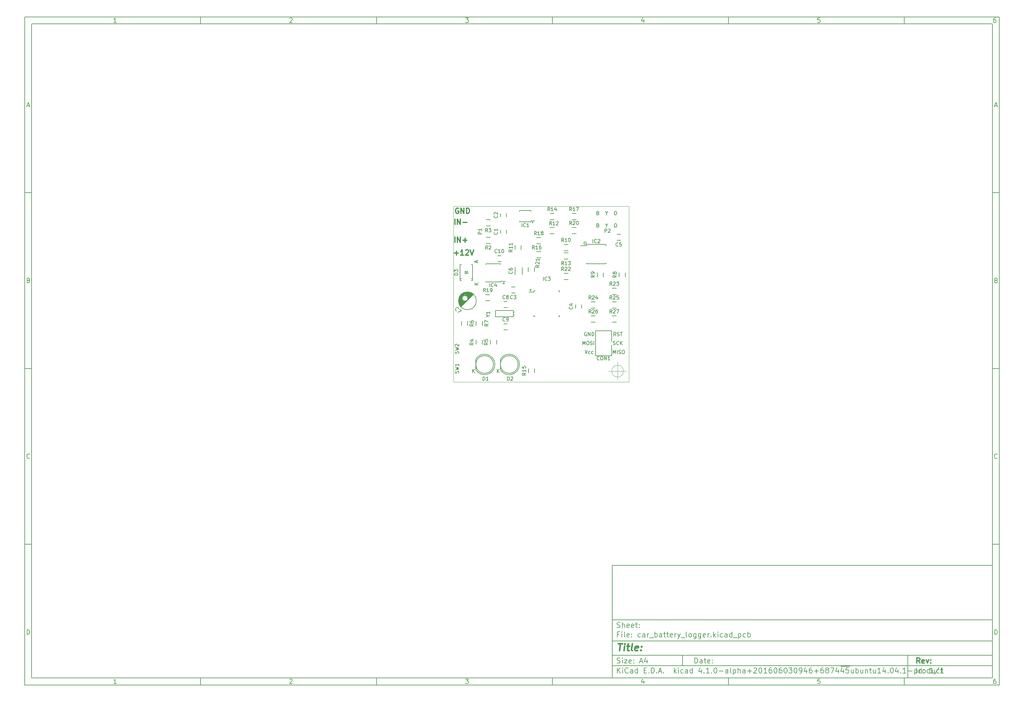
<source format=gbr>
G04 #@! TF.FileFunction,Legend,Top*
%FSLAX46Y46*%
G04 Gerber Fmt 4.6, Leading zero omitted, Abs format (unit mm)*
G04 Created by KiCad (PCBNEW 4.1.0-alpha+201606030946+6874~45~ubuntu14.04.1-product) date Sun Jul  3 18:53:08 2016*
%MOMM*%
%LPD*%
G01*
G04 APERTURE LIST*
%ADD10C,0.100000*%
%ADD11C,0.150000*%
%ADD12C,0.300000*%
%ADD13C,0.400000*%
G04 APERTURE END LIST*
D10*
D11*
X177002200Y-166007200D02*
X177002200Y-198007200D01*
X285002200Y-198007200D01*
X285002200Y-166007200D01*
X177002200Y-166007200D01*
D10*
D11*
X10000000Y-10000000D02*
X10000000Y-200007200D01*
X287002200Y-200007200D01*
X287002200Y-10000000D01*
X10000000Y-10000000D01*
D10*
D11*
X12000000Y-12000000D02*
X12000000Y-198007200D01*
X285002200Y-198007200D01*
X285002200Y-12000000D01*
X12000000Y-12000000D01*
D10*
D11*
X60000000Y-12000000D02*
X60000000Y-10000000D01*
D10*
D11*
X110000000Y-12000000D02*
X110000000Y-10000000D01*
D10*
D11*
X160000000Y-12000000D02*
X160000000Y-10000000D01*
D10*
D11*
X210000000Y-12000000D02*
X210000000Y-10000000D01*
D10*
D11*
X260000000Y-12000000D02*
X260000000Y-10000000D01*
D10*
D11*
X36065476Y-11588095D02*
X35322619Y-11588095D01*
X35694047Y-11588095D02*
X35694047Y-10288095D01*
X35570238Y-10473809D01*
X35446428Y-10597619D01*
X35322619Y-10659523D01*
D10*
D11*
X85322619Y-10411904D02*
X85384523Y-10350000D01*
X85508333Y-10288095D01*
X85817857Y-10288095D01*
X85941666Y-10350000D01*
X86003571Y-10411904D01*
X86065476Y-10535714D01*
X86065476Y-10659523D01*
X86003571Y-10845238D01*
X85260714Y-11588095D01*
X86065476Y-11588095D01*
D10*
D11*
X135260714Y-10288095D02*
X136065476Y-10288095D01*
X135632142Y-10783333D01*
X135817857Y-10783333D01*
X135941666Y-10845238D01*
X136003571Y-10907142D01*
X136065476Y-11030952D01*
X136065476Y-11340476D01*
X136003571Y-11464285D01*
X135941666Y-11526190D01*
X135817857Y-11588095D01*
X135446428Y-11588095D01*
X135322619Y-11526190D01*
X135260714Y-11464285D01*
D10*
D11*
X185941666Y-10721428D02*
X185941666Y-11588095D01*
X185632142Y-10226190D02*
X185322619Y-11154761D01*
X186127380Y-11154761D01*
D10*
D11*
X236003571Y-10288095D02*
X235384523Y-10288095D01*
X235322619Y-10907142D01*
X235384523Y-10845238D01*
X235508333Y-10783333D01*
X235817857Y-10783333D01*
X235941666Y-10845238D01*
X236003571Y-10907142D01*
X236065476Y-11030952D01*
X236065476Y-11340476D01*
X236003571Y-11464285D01*
X235941666Y-11526190D01*
X235817857Y-11588095D01*
X235508333Y-11588095D01*
X235384523Y-11526190D01*
X235322619Y-11464285D01*
D10*
D11*
X285941666Y-10288095D02*
X285694047Y-10288095D01*
X285570238Y-10350000D01*
X285508333Y-10411904D01*
X285384523Y-10597619D01*
X285322619Y-10845238D01*
X285322619Y-11340476D01*
X285384523Y-11464285D01*
X285446428Y-11526190D01*
X285570238Y-11588095D01*
X285817857Y-11588095D01*
X285941666Y-11526190D01*
X286003571Y-11464285D01*
X286065476Y-11340476D01*
X286065476Y-11030952D01*
X286003571Y-10907142D01*
X285941666Y-10845238D01*
X285817857Y-10783333D01*
X285570238Y-10783333D01*
X285446428Y-10845238D01*
X285384523Y-10907142D01*
X285322619Y-11030952D01*
D10*
D11*
X60000000Y-198007200D02*
X60000000Y-200007200D01*
D10*
D11*
X110000000Y-198007200D02*
X110000000Y-200007200D01*
D10*
D11*
X160000000Y-198007200D02*
X160000000Y-200007200D01*
D10*
D11*
X210000000Y-198007200D02*
X210000000Y-200007200D01*
D10*
D11*
X260000000Y-198007200D02*
X260000000Y-200007200D01*
D10*
D11*
X36065476Y-199595295D02*
X35322619Y-199595295D01*
X35694047Y-199595295D02*
X35694047Y-198295295D01*
X35570238Y-198481009D01*
X35446428Y-198604819D01*
X35322619Y-198666723D01*
D10*
D11*
X85322619Y-198419104D02*
X85384523Y-198357200D01*
X85508333Y-198295295D01*
X85817857Y-198295295D01*
X85941666Y-198357200D01*
X86003571Y-198419104D01*
X86065476Y-198542914D01*
X86065476Y-198666723D01*
X86003571Y-198852438D01*
X85260714Y-199595295D01*
X86065476Y-199595295D01*
D10*
D11*
X135260714Y-198295295D02*
X136065476Y-198295295D01*
X135632142Y-198790533D01*
X135817857Y-198790533D01*
X135941666Y-198852438D01*
X136003571Y-198914342D01*
X136065476Y-199038152D01*
X136065476Y-199347676D01*
X136003571Y-199471485D01*
X135941666Y-199533390D01*
X135817857Y-199595295D01*
X135446428Y-199595295D01*
X135322619Y-199533390D01*
X135260714Y-199471485D01*
D10*
D11*
X185941666Y-198728628D02*
X185941666Y-199595295D01*
X185632142Y-198233390D02*
X185322619Y-199161961D01*
X186127380Y-199161961D01*
D10*
D11*
X236003571Y-198295295D02*
X235384523Y-198295295D01*
X235322619Y-198914342D01*
X235384523Y-198852438D01*
X235508333Y-198790533D01*
X235817857Y-198790533D01*
X235941666Y-198852438D01*
X236003571Y-198914342D01*
X236065476Y-199038152D01*
X236065476Y-199347676D01*
X236003571Y-199471485D01*
X235941666Y-199533390D01*
X235817857Y-199595295D01*
X235508333Y-199595295D01*
X235384523Y-199533390D01*
X235322619Y-199471485D01*
D10*
D11*
X285941666Y-198295295D02*
X285694047Y-198295295D01*
X285570238Y-198357200D01*
X285508333Y-198419104D01*
X285384523Y-198604819D01*
X285322619Y-198852438D01*
X285322619Y-199347676D01*
X285384523Y-199471485D01*
X285446428Y-199533390D01*
X285570238Y-199595295D01*
X285817857Y-199595295D01*
X285941666Y-199533390D01*
X286003571Y-199471485D01*
X286065476Y-199347676D01*
X286065476Y-199038152D01*
X286003571Y-198914342D01*
X285941666Y-198852438D01*
X285817857Y-198790533D01*
X285570238Y-198790533D01*
X285446428Y-198852438D01*
X285384523Y-198914342D01*
X285322619Y-199038152D01*
D10*
D11*
X10000000Y-60000000D02*
X12000000Y-60000000D01*
D10*
D11*
X10000000Y-110000000D02*
X12000000Y-110000000D01*
D10*
D11*
X10000000Y-160000000D02*
X12000000Y-160000000D01*
D10*
D11*
X10690476Y-35216666D02*
X11309523Y-35216666D01*
X10566666Y-35588095D02*
X11000000Y-34288095D01*
X11433333Y-35588095D01*
D10*
D11*
X11092857Y-84907142D02*
X11278571Y-84969047D01*
X11340476Y-85030952D01*
X11402380Y-85154761D01*
X11402380Y-85340476D01*
X11340476Y-85464285D01*
X11278571Y-85526190D01*
X11154761Y-85588095D01*
X10659523Y-85588095D01*
X10659523Y-84288095D01*
X11092857Y-84288095D01*
X11216666Y-84350000D01*
X11278571Y-84411904D01*
X11340476Y-84535714D01*
X11340476Y-84659523D01*
X11278571Y-84783333D01*
X11216666Y-84845238D01*
X11092857Y-84907142D01*
X10659523Y-84907142D01*
D10*
D11*
X11402380Y-135464285D02*
X11340476Y-135526190D01*
X11154761Y-135588095D01*
X11030952Y-135588095D01*
X10845238Y-135526190D01*
X10721428Y-135402380D01*
X10659523Y-135278571D01*
X10597619Y-135030952D01*
X10597619Y-134845238D01*
X10659523Y-134597619D01*
X10721428Y-134473809D01*
X10845238Y-134350000D01*
X11030952Y-134288095D01*
X11154761Y-134288095D01*
X11340476Y-134350000D01*
X11402380Y-134411904D01*
D10*
D11*
X10659523Y-185588095D02*
X10659523Y-184288095D01*
X10969047Y-184288095D01*
X11154761Y-184350000D01*
X11278571Y-184473809D01*
X11340476Y-184597619D01*
X11402380Y-184845238D01*
X11402380Y-185030952D01*
X11340476Y-185278571D01*
X11278571Y-185402380D01*
X11154761Y-185526190D01*
X10969047Y-185588095D01*
X10659523Y-185588095D01*
D10*
D11*
X287002200Y-60000000D02*
X285002200Y-60000000D01*
D10*
D11*
X287002200Y-110000000D02*
X285002200Y-110000000D01*
D10*
D11*
X287002200Y-160000000D02*
X285002200Y-160000000D01*
D10*
D11*
X285692676Y-35216666D02*
X286311723Y-35216666D01*
X285568866Y-35588095D02*
X286002200Y-34288095D01*
X286435533Y-35588095D01*
D10*
D11*
X286095057Y-84907142D02*
X286280771Y-84969047D01*
X286342676Y-85030952D01*
X286404580Y-85154761D01*
X286404580Y-85340476D01*
X286342676Y-85464285D01*
X286280771Y-85526190D01*
X286156961Y-85588095D01*
X285661723Y-85588095D01*
X285661723Y-84288095D01*
X286095057Y-84288095D01*
X286218866Y-84350000D01*
X286280771Y-84411904D01*
X286342676Y-84535714D01*
X286342676Y-84659523D01*
X286280771Y-84783333D01*
X286218866Y-84845238D01*
X286095057Y-84907142D01*
X285661723Y-84907142D01*
D10*
D11*
X286404580Y-135464285D02*
X286342676Y-135526190D01*
X286156961Y-135588095D01*
X286033152Y-135588095D01*
X285847438Y-135526190D01*
X285723628Y-135402380D01*
X285661723Y-135278571D01*
X285599819Y-135030952D01*
X285599819Y-134845238D01*
X285661723Y-134597619D01*
X285723628Y-134473809D01*
X285847438Y-134350000D01*
X286033152Y-134288095D01*
X286156961Y-134288095D01*
X286342676Y-134350000D01*
X286404580Y-134411904D01*
D10*
D11*
X285661723Y-185588095D02*
X285661723Y-184288095D01*
X285971247Y-184288095D01*
X286156961Y-184350000D01*
X286280771Y-184473809D01*
X286342676Y-184597619D01*
X286404580Y-184845238D01*
X286404580Y-185030952D01*
X286342676Y-185278571D01*
X286280771Y-185402380D01*
X286156961Y-185526190D01*
X285971247Y-185588095D01*
X285661723Y-185588095D01*
D10*
D11*
X200434342Y-193785771D02*
X200434342Y-192285771D01*
X200791485Y-192285771D01*
X201005771Y-192357200D01*
X201148628Y-192500057D01*
X201220057Y-192642914D01*
X201291485Y-192928628D01*
X201291485Y-193142914D01*
X201220057Y-193428628D01*
X201148628Y-193571485D01*
X201005771Y-193714342D01*
X200791485Y-193785771D01*
X200434342Y-193785771D01*
X202577200Y-193785771D02*
X202577200Y-193000057D01*
X202505771Y-192857200D01*
X202362914Y-192785771D01*
X202077200Y-192785771D01*
X201934342Y-192857200D01*
X202577200Y-193714342D02*
X202434342Y-193785771D01*
X202077200Y-193785771D01*
X201934342Y-193714342D01*
X201862914Y-193571485D01*
X201862914Y-193428628D01*
X201934342Y-193285771D01*
X202077200Y-193214342D01*
X202434342Y-193214342D01*
X202577200Y-193142914D01*
X203077200Y-192785771D02*
X203648628Y-192785771D01*
X203291485Y-192285771D02*
X203291485Y-193571485D01*
X203362914Y-193714342D01*
X203505771Y-193785771D01*
X203648628Y-193785771D01*
X204720057Y-193714342D02*
X204577200Y-193785771D01*
X204291485Y-193785771D01*
X204148628Y-193714342D01*
X204077200Y-193571485D01*
X204077200Y-193000057D01*
X204148628Y-192857200D01*
X204291485Y-192785771D01*
X204577200Y-192785771D01*
X204720057Y-192857200D01*
X204791485Y-193000057D01*
X204791485Y-193142914D01*
X204077200Y-193285771D01*
X205434342Y-193642914D02*
X205505771Y-193714342D01*
X205434342Y-193785771D01*
X205362914Y-193714342D01*
X205434342Y-193642914D01*
X205434342Y-193785771D01*
X205434342Y-192857200D02*
X205505771Y-192928628D01*
X205434342Y-193000057D01*
X205362914Y-192928628D01*
X205434342Y-192857200D01*
X205434342Y-193000057D01*
D10*
D11*
X177002200Y-194507200D02*
X285002200Y-194507200D01*
D10*
D11*
X178434342Y-196585771D02*
X178434342Y-195085771D01*
X179291485Y-196585771D02*
X178648628Y-195728628D01*
X179291485Y-195085771D02*
X178434342Y-195942914D01*
X179934342Y-196585771D02*
X179934342Y-195585771D01*
X179934342Y-195085771D02*
X179862914Y-195157200D01*
X179934342Y-195228628D01*
X180005771Y-195157200D01*
X179934342Y-195085771D01*
X179934342Y-195228628D01*
X181505771Y-196442914D02*
X181434342Y-196514342D01*
X181220057Y-196585771D01*
X181077200Y-196585771D01*
X180862914Y-196514342D01*
X180720057Y-196371485D01*
X180648628Y-196228628D01*
X180577200Y-195942914D01*
X180577200Y-195728628D01*
X180648628Y-195442914D01*
X180720057Y-195300057D01*
X180862914Y-195157200D01*
X181077200Y-195085771D01*
X181220057Y-195085771D01*
X181434342Y-195157200D01*
X181505771Y-195228628D01*
X182791485Y-196585771D02*
X182791485Y-195800057D01*
X182720057Y-195657200D01*
X182577200Y-195585771D01*
X182291485Y-195585771D01*
X182148628Y-195657200D01*
X182791485Y-196514342D02*
X182648628Y-196585771D01*
X182291485Y-196585771D01*
X182148628Y-196514342D01*
X182077200Y-196371485D01*
X182077200Y-196228628D01*
X182148628Y-196085771D01*
X182291485Y-196014342D01*
X182648628Y-196014342D01*
X182791485Y-195942914D01*
X184148628Y-196585771D02*
X184148628Y-195085771D01*
X184148628Y-196514342D02*
X184005771Y-196585771D01*
X183720057Y-196585771D01*
X183577200Y-196514342D01*
X183505771Y-196442914D01*
X183434342Y-196300057D01*
X183434342Y-195871485D01*
X183505771Y-195728628D01*
X183577200Y-195657200D01*
X183720057Y-195585771D01*
X184005771Y-195585771D01*
X184148628Y-195657200D01*
X186005771Y-195800057D02*
X186505771Y-195800057D01*
X186720057Y-196585771D02*
X186005771Y-196585771D01*
X186005771Y-195085771D01*
X186720057Y-195085771D01*
X187362914Y-196442914D02*
X187434342Y-196514342D01*
X187362914Y-196585771D01*
X187291485Y-196514342D01*
X187362914Y-196442914D01*
X187362914Y-196585771D01*
X188077200Y-196585771D02*
X188077200Y-195085771D01*
X188434342Y-195085771D01*
X188648628Y-195157200D01*
X188791485Y-195300057D01*
X188862914Y-195442914D01*
X188934342Y-195728628D01*
X188934342Y-195942914D01*
X188862914Y-196228628D01*
X188791485Y-196371485D01*
X188648628Y-196514342D01*
X188434342Y-196585771D01*
X188077200Y-196585771D01*
X189577200Y-196442914D02*
X189648628Y-196514342D01*
X189577200Y-196585771D01*
X189505771Y-196514342D01*
X189577200Y-196442914D01*
X189577200Y-196585771D01*
X190220057Y-196157200D02*
X190934342Y-196157200D01*
X190077200Y-196585771D02*
X190577200Y-195085771D01*
X191077200Y-196585771D01*
X191577200Y-196442914D02*
X191648628Y-196514342D01*
X191577200Y-196585771D01*
X191505771Y-196514342D01*
X191577200Y-196442914D01*
X191577200Y-196585771D01*
X194577200Y-196585771D02*
X194577200Y-195085771D01*
X194720057Y-196014342D02*
X195148628Y-196585771D01*
X195148628Y-195585771D02*
X194577200Y-196157200D01*
X195791485Y-196585771D02*
X195791485Y-195585771D01*
X195791485Y-195085771D02*
X195720057Y-195157200D01*
X195791485Y-195228628D01*
X195862914Y-195157200D01*
X195791485Y-195085771D01*
X195791485Y-195228628D01*
X197148628Y-196514342D02*
X197005771Y-196585771D01*
X196720057Y-196585771D01*
X196577200Y-196514342D01*
X196505771Y-196442914D01*
X196434342Y-196300057D01*
X196434342Y-195871485D01*
X196505771Y-195728628D01*
X196577200Y-195657200D01*
X196720057Y-195585771D01*
X197005771Y-195585771D01*
X197148628Y-195657200D01*
X198434342Y-196585771D02*
X198434342Y-195800057D01*
X198362914Y-195657200D01*
X198220057Y-195585771D01*
X197934342Y-195585771D01*
X197791485Y-195657200D01*
X198434342Y-196514342D02*
X198291485Y-196585771D01*
X197934342Y-196585771D01*
X197791485Y-196514342D01*
X197720057Y-196371485D01*
X197720057Y-196228628D01*
X197791485Y-196085771D01*
X197934342Y-196014342D01*
X198291485Y-196014342D01*
X198434342Y-195942914D01*
X199791485Y-196585771D02*
X199791485Y-195085771D01*
X199791485Y-196514342D02*
X199648628Y-196585771D01*
X199362914Y-196585771D01*
X199220057Y-196514342D01*
X199148628Y-196442914D01*
X199077200Y-196300057D01*
X199077200Y-195871485D01*
X199148628Y-195728628D01*
X199220057Y-195657200D01*
X199362914Y-195585771D01*
X199648628Y-195585771D01*
X199791485Y-195657200D01*
X202291485Y-195585771D02*
X202291485Y-196585771D01*
X201934342Y-195014342D02*
X201577200Y-196085771D01*
X202505771Y-196085771D01*
X203077200Y-196442914D02*
X203148628Y-196514342D01*
X203077200Y-196585771D01*
X203005771Y-196514342D01*
X203077200Y-196442914D01*
X203077200Y-196585771D01*
X204577200Y-196585771D02*
X203720057Y-196585771D01*
X204148628Y-196585771D02*
X204148628Y-195085771D01*
X204005771Y-195300057D01*
X203862914Y-195442914D01*
X203720057Y-195514342D01*
X205220057Y-196442914D02*
X205291485Y-196514342D01*
X205220057Y-196585771D01*
X205148628Y-196514342D01*
X205220057Y-196442914D01*
X205220057Y-196585771D01*
X206220057Y-195085771D02*
X206362914Y-195085771D01*
X206505771Y-195157200D01*
X206577200Y-195228628D01*
X206648628Y-195371485D01*
X206720057Y-195657200D01*
X206720057Y-196014342D01*
X206648628Y-196300057D01*
X206577200Y-196442914D01*
X206505771Y-196514342D01*
X206362914Y-196585771D01*
X206220057Y-196585771D01*
X206077200Y-196514342D01*
X206005771Y-196442914D01*
X205934342Y-196300057D01*
X205862914Y-196014342D01*
X205862914Y-195657200D01*
X205934342Y-195371485D01*
X206005771Y-195228628D01*
X206077200Y-195157200D01*
X206220057Y-195085771D01*
X207362914Y-196014342D02*
X208505771Y-196014342D01*
X209862914Y-196585771D02*
X209862914Y-195800057D01*
X209791485Y-195657200D01*
X209648628Y-195585771D01*
X209362914Y-195585771D01*
X209220057Y-195657200D01*
X209862914Y-196514342D02*
X209720057Y-196585771D01*
X209362914Y-196585771D01*
X209220057Y-196514342D01*
X209148628Y-196371485D01*
X209148628Y-196228628D01*
X209220057Y-196085771D01*
X209362914Y-196014342D01*
X209720057Y-196014342D01*
X209862914Y-195942914D01*
X210791485Y-196585771D02*
X210648628Y-196514342D01*
X210577200Y-196371485D01*
X210577200Y-195085771D01*
X211362914Y-195585771D02*
X211362914Y-197085771D01*
X211362914Y-195657200D02*
X211505771Y-195585771D01*
X211791485Y-195585771D01*
X211934342Y-195657200D01*
X212005771Y-195728628D01*
X212077200Y-195871485D01*
X212077200Y-196300057D01*
X212005771Y-196442914D01*
X211934342Y-196514342D01*
X211791485Y-196585771D01*
X211505771Y-196585771D01*
X211362914Y-196514342D01*
X212720057Y-196585771D02*
X212720057Y-195085771D01*
X213362914Y-196585771D02*
X213362914Y-195800057D01*
X213291485Y-195657200D01*
X213148628Y-195585771D01*
X212934342Y-195585771D01*
X212791485Y-195657200D01*
X212720057Y-195728628D01*
X214720057Y-196585771D02*
X214720057Y-195800057D01*
X214648628Y-195657200D01*
X214505771Y-195585771D01*
X214220057Y-195585771D01*
X214077200Y-195657200D01*
X214720057Y-196514342D02*
X214577200Y-196585771D01*
X214220057Y-196585771D01*
X214077200Y-196514342D01*
X214005771Y-196371485D01*
X214005771Y-196228628D01*
X214077200Y-196085771D01*
X214220057Y-196014342D01*
X214577200Y-196014342D01*
X214720057Y-195942914D01*
X215434342Y-196014342D02*
X216577200Y-196014342D01*
X216005771Y-196585771D02*
X216005771Y-195442914D01*
X217220057Y-195228628D02*
X217291485Y-195157200D01*
X217434342Y-195085771D01*
X217791485Y-195085771D01*
X217934342Y-195157200D01*
X218005771Y-195228628D01*
X218077200Y-195371485D01*
X218077200Y-195514342D01*
X218005771Y-195728628D01*
X217148628Y-196585771D01*
X218077200Y-196585771D01*
X219005771Y-195085771D02*
X219148628Y-195085771D01*
X219291485Y-195157200D01*
X219362914Y-195228628D01*
X219434342Y-195371485D01*
X219505771Y-195657200D01*
X219505771Y-196014342D01*
X219434342Y-196300057D01*
X219362914Y-196442914D01*
X219291485Y-196514342D01*
X219148628Y-196585771D01*
X219005771Y-196585771D01*
X218862914Y-196514342D01*
X218791485Y-196442914D01*
X218720057Y-196300057D01*
X218648628Y-196014342D01*
X218648628Y-195657200D01*
X218720057Y-195371485D01*
X218791485Y-195228628D01*
X218862914Y-195157200D01*
X219005771Y-195085771D01*
X220934342Y-196585771D02*
X220077200Y-196585771D01*
X220505771Y-196585771D02*
X220505771Y-195085771D01*
X220362914Y-195300057D01*
X220220057Y-195442914D01*
X220077200Y-195514342D01*
X222220057Y-195085771D02*
X221934342Y-195085771D01*
X221791485Y-195157200D01*
X221720057Y-195228628D01*
X221577200Y-195442914D01*
X221505771Y-195728628D01*
X221505771Y-196300057D01*
X221577200Y-196442914D01*
X221648628Y-196514342D01*
X221791485Y-196585771D01*
X222077200Y-196585771D01*
X222220057Y-196514342D01*
X222291485Y-196442914D01*
X222362914Y-196300057D01*
X222362914Y-195942914D01*
X222291485Y-195800057D01*
X222220057Y-195728628D01*
X222077200Y-195657200D01*
X221791485Y-195657200D01*
X221648628Y-195728628D01*
X221577200Y-195800057D01*
X221505771Y-195942914D01*
X223291485Y-195085771D02*
X223434342Y-195085771D01*
X223577200Y-195157200D01*
X223648628Y-195228628D01*
X223720057Y-195371485D01*
X223791485Y-195657200D01*
X223791485Y-196014342D01*
X223720057Y-196300057D01*
X223648628Y-196442914D01*
X223577200Y-196514342D01*
X223434342Y-196585771D01*
X223291485Y-196585771D01*
X223148628Y-196514342D01*
X223077200Y-196442914D01*
X223005771Y-196300057D01*
X222934342Y-196014342D01*
X222934342Y-195657200D01*
X223005771Y-195371485D01*
X223077200Y-195228628D01*
X223148628Y-195157200D01*
X223291485Y-195085771D01*
X225077200Y-195085771D02*
X224791485Y-195085771D01*
X224648628Y-195157200D01*
X224577200Y-195228628D01*
X224434342Y-195442914D01*
X224362914Y-195728628D01*
X224362914Y-196300057D01*
X224434342Y-196442914D01*
X224505771Y-196514342D01*
X224648628Y-196585771D01*
X224934342Y-196585771D01*
X225077200Y-196514342D01*
X225148628Y-196442914D01*
X225220057Y-196300057D01*
X225220057Y-195942914D01*
X225148628Y-195800057D01*
X225077200Y-195728628D01*
X224934342Y-195657200D01*
X224648628Y-195657200D01*
X224505771Y-195728628D01*
X224434342Y-195800057D01*
X224362914Y-195942914D01*
X226148628Y-195085771D02*
X226291485Y-195085771D01*
X226434342Y-195157200D01*
X226505771Y-195228628D01*
X226577200Y-195371485D01*
X226648628Y-195657200D01*
X226648628Y-196014342D01*
X226577200Y-196300057D01*
X226505771Y-196442914D01*
X226434342Y-196514342D01*
X226291485Y-196585771D01*
X226148628Y-196585771D01*
X226005771Y-196514342D01*
X225934342Y-196442914D01*
X225862914Y-196300057D01*
X225791485Y-196014342D01*
X225791485Y-195657200D01*
X225862914Y-195371485D01*
X225934342Y-195228628D01*
X226005771Y-195157200D01*
X226148628Y-195085771D01*
X227148628Y-195085771D02*
X228077200Y-195085771D01*
X227577200Y-195657200D01*
X227791485Y-195657200D01*
X227934342Y-195728628D01*
X228005771Y-195800057D01*
X228077200Y-195942914D01*
X228077200Y-196300057D01*
X228005771Y-196442914D01*
X227934342Y-196514342D01*
X227791485Y-196585771D01*
X227362914Y-196585771D01*
X227220057Y-196514342D01*
X227148628Y-196442914D01*
X229005771Y-195085771D02*
X229148628Y-195085771D01*
X229291485Y-195157200D01*
X229362914Y-195228628D01*
X229434342Y-195371485D01*
X229505771Y-195657200D01*
X229505771Y-196014342D01*
X229434342Y-196300057D01*
X229362914Y-196442914D01*
X229291485Y-196514342D01*
X229148628Y-196585771D01*
X229005771Y-196585771D01*
X228862914Y-196514342D01*
X228791485Y-196442914D01*
X228720057Y-196300057D01*
X228648628Y-196014342D01*
X228648628Y-195657200D01*
X228720057Y-195371485D01*
X228791485Y-195228628D01*
X228862914Y-195157200D01*
X229005771Y-195085771D01*
X230220057Y-196585771D02*
X230505771Y-196585771D01*
X230648628Y-196514342D01*
X230720057Y-196442914D01*
X230862914Y-196228628D01*
X230934342Y-195942914D01*
X230934342Y-195371485D01*
X230862914Y-195228628D01*
X230791485Y-195157200D01*
X230648628Y-195085771D01*
X230362914Y-195085771D01*
X230220057Y-195157200D01*
X230148628Y-195228628D01*
X230077199Y-195371485D01*
X230077199Y-195728628D01*
X230148628Y-195871485D01*
X230220057Y-195942914D01*
X230362914Y-196014342D01*
X230648628Y-196014342D01*
X230791485Y-195942914D01*
X230862914Y-195871485D01*
X230934342Y-195728628D01*
X232220057Y-195585771D02*
X232220057Y-196585771D01*
X231862914Y-195014342D02*
X231505771Y-196085771D01*
X232434342Y-196085771D01*
X233648628Y-195085771D02*
X233362914Y-195085771D01*
X233220057Y-195157200D01*
X233148628Y-195228628D01*
X233005771Y-195442914D01*
X232934342Y-195728628D01*
X232934342Y-196300057D01*
X233005771Y-196442914D01*
X233077199Y-196514342D01*
X233220057Y-196585771D01*
X233505771Y-196585771D01*
X233648628Y-196514342D01*
X233720057Y-196442914D01*
X233791485Y-196300057D01*
X233791485Y-195942914D01*
X233720057Y-195800057D01*
X233648628Y-195728628D01*
X233505771Y-195657200D01*
X233220057Y-195657200D01*
X233077199Y-195728628D01*
X233005771Y-195800057D01*
X232934342Y-195942914D01*
X234434342Y-196014342D02*
X235577199Y-196014342D01*
X235005771Y-196585771D02*
X235005771Y-195442914D01*
X236934342Y-195085771D02*
X236648628Y-195085771D01*
X236505771Y-195157200D01*
X236434342Y-195228628D01*
X236291485Y-195442914D01*
X236220057Y-195728628D01*
X236220057Y-196300057D01*
X236291485Y-196442914D01*
X236362914Y-196514342D01*
X236505771Y-196585771D01*
X236791485Y-196585771D01*
X236934342Y-196514342D01*
X237005771Y-196442914D01*
X237077199Y-196300057D01*
X237077199Y-195942914D01*
X237005771Y-195800057D01*
X236934342Y-195728628D01*
X236791485Y-195657200D01*
X236505771Y-195657200D01*
X236362914Y-195728628D01*
X236291485Y-195800057D01*
X236220057Y-195942914D01*
X237934342Y-195728628D02*
X237791485Y-195657200D01*
X237720057Y-195585771D01*
X237648628Y-195442914D01*
X237648628Y-195371485D01*
X237720057Y-195228628D01*
X237791485Y-195157200D01*
X237934342Y-195085771D01*
X238220057Y-195085771D01*
X238362914Y-195157200D01*
X238434342Y-195228628D01*
X238505771Y-195371485D01*
X238505771Y-195442914D01*
X238434342Y-195585771D01*
X238362914Y-195657200D01*
X238220057Y-195728628D01*
X237934342Y-195728628D01*
X237791485Y-195800057D01*
X237720057Y-195871485D01*
X237648628Y-196014342D01*
X237648628Y-196300057D01*
X237720057Y-196442914D01*
X237791485Y-196514342D01*
X237934342Y-196585771D01*
X238220057Y-196585771D01*
X238362914Y-196514342D01*
X238434342Y-196442914D01*
X238505771Y-196300057D01*
X238505771Y-196014342D01*
X238434342Y-195871485D01*
X238362914Y-195800057D01*
X238220057Y-195728628D01*
X239005771Y-195085771D02*
X240005771Y-195085771D01*
X239362914Y-196585771D01*
X241220057Y-195585771D02*
X241220057Y-196585771D01*
X240862914Y-195014342D02*
X240505771Y-196085771D01*
X241434342Y-196085771D01*
X241896128Y-194677200D02*
X243077199Y-194677200D01*
X242648628Y-195585771D02*
X242648628Y-196585771D01*
X242291485Y-195014342D02*
X241934342Y-196085771D01*
X242862914Y-196085771D01*
X243077199Y-194677200D02*
X244505771Y-194677200D01*
X244148628Y-195085771D02*
X243434342Y-195085771D01*
X243362914Y-195800057D01*
X243434342Y-195728628D01*
X243577199Y-195657200D01*
X243934342Y-195657200D01*
X244077199Y-195728628D01*
X244148628Y-195800057D01*
X244220057Y-195942914D01*
X244220057Y-196300057D01*
X244148628Y-196442914D01*
X244077199Y-196514342D01*
X243934342Y-196585771D01*
X243577199Y-196585771D01*
X243434342Y-196514342D01*
X243362914Y-196442914D01*
X245505771Y-195585771D02*
X245505771Y-196585771D01*
X244862914Y-195585771D02*
X244862914Y-196371485D01*
X244934342Y-196514342D01*
X245077199Y-196585771D01*
X245291485Y-196585771D01*
X245434342Y-196514342D01*
X245505771Y-196442914D01*
X246220057Y-196585771D02*
X246220057Y-195085771D01*
X246220057Y-195657200D02*
X246362914Y-195585771D01*
X246648628Y-195585771D01*
X246791485Y-195657200D01*
X246862914Y-195728628D01*
X246934342Y-195871485D01*
X246934342Y-196300057D01*
X246862914Y-196442914D01*
X246791485Y-196514342D01*
X246648628Y-196585771D01*
X246362914Y-196585771D01*
X246220057Y-196514342D01*
X248220057Y-195585771D02*
X248220057Y-196585771D01*
X247577199Y-195585771D02*
X247577199Y-196371485D01*
X247648628Y-196514342D01*
X247791485Y-196585771D01*
X248005771Y-196585771D01*
X248148628Y-196514342D01*
X248220057Y-196442914D01*
X248934342Y-195585771D02*
X248934342Y-196585771D01*
X248934342Y-195728628D02*
X249005771Y-195657200D01*
X249148628Y-195585771D01*
X249362914Y-195585771D01*
X249505771Y-195657200D01*
X249577199Y-195800057D01*
X249577199Y-196585771D01*
X250077199Y-195585771D02*
X250648628Y-195585771D01*
X250291485Y-195085771D02*
X250291485Y-196371485D01*
X250362914Y-196514342D01*
X250505771Y-196585771D01*
X250648628Y-196585771D01*
X251791485Y-195585771D02*
X251791485Y-196585771D01*
X251148628Y-195585771D02*
X251148628Y-196371485D01*
X251220057Y-196514342D01*
X251362914Y-196585771D01*
X251577199Y-196585771D01*
X251720057Y-196514342D01*
X251791485Y-196442914D01*
X253291485Y-196585771D02*
X252434342Y-196585771D01*
X252862914Y-196585771D02*
X252862914Y-195085771D01*
X252720057Y-195300057D01*
X252577199Y-195442914D01*
X252434342Y-195514342D01*
X254577199Y-195585771D02*
X254577199Y-196585771D01*
X254220057Y-195014342D02*
X253862914Y-196085771D01*
X254791485Y-196085771D01*
X255362914Y-196442914D02*
X255434342Y-196514342D01*
X255362914Y-196585771D01*
X255291485Y-196514342D01*
X255362914Y-196442914D01*
X255362914Y-196585771D01*
X256362914Y-195085771D02*
X256505771Y-195085771D01*
X256648628Y-195157200D01*
X256720057Y-195228628D01*
X256791485Y-195371485D01*
X256862914Y-195657200D01*
X256862914Y-196014342D01*
X256791485Y-196300057D01*
X256720057Y-196442914D01*
X256648628Y-196514342D01*
X256505771Y-196585771D01*
X256362914Y-196585771D01*
X256220057Y-196514342D01*
X256148628Y-196442914D01*
X256077199Y-196300057D01*
X256005771Y-196014342D01*
X256005771Y-195657200D01*
X256077199Y-195371485D01*
X256148628Y-195228628D01*
X256220057Y-195157200D01*
X256362914Y-195085771D01*
X258148628Y-195585771D02*
X258148628Y-196585771D01*
X257791485Y-195014342D02*
X257434342Y-196085771D01*
X258362914Y-196085771D01*
X258934342Y-196442914D02*
X259005771Y-196514342D01*
X258934342Y-196585771D01*
X258862914Y-196514342D01*
X258934342Y-196442914D01*
X258934342Y-196585771D01*
X260434342Y-196585771D02*
X259577199Y-196585771D01*
X260005771Y-196585771D02*
X260005771Y-195085771D01*
X259862914Y-195300057D01*
X259720057Y-195442914D01*
X259577199Y-195514342D01*
X261077199Y-196014342D02*
X262220057Y-196014342D01*
X262934342Y-195585771D02*
X262934342Y-197085771D01*
X262934342Y-195657200D02*
X263077199Y-195585771D01*
X263362914Y-195585771D01*
X263505771Y-195657200D01*
X263577199Y-195728628D01*
X263648628Y-195871485D01*
X263648628Y-196300057D01*
X263577199Y-196442914D01*
X263505771Y-196514342D01*
X263362914Y-196585771D01*
X263077199Y-196585771D01*
X262934342Y-196514342D01*
X264291485Y-196585771D02*
X264291485Y-195585771D01*
X264291485Y-195871485D02*
X264362914Y-195728628D01*
X264434342Y-195657200D01*
X264577199Y-195585771D01*
X264720057Y-195585771D01*
X265434342Y-196585771D02*
X265291485Y-196514342D01*
X265220057Y-196442914D01*
X265148628Y-196300057D01*
X265148628Y-195871485D01*
X265220057Y-195728628D01*
X265291485Y-195657200D01*
X265434342Y-195585771D01*
X265648628Y-195585771D01*
X265791485Y-195657200D01*
X265862914Y-195728628D01*
X265934342Y-195871485D01*
X265934342Y-196300057D01*
X265862914Y-196442914D01*
X265791485Y-196514342D01*
X265648628Y-196585771D01*
X265434342Y-196585771D01*
X267220057Y-196585771D02*
X267220057Y-195085771D01*
X267220057Y-196514342D02*
X267077199Y-196585771D01*
X266791485Y-196585771D01*
X266648628Y-196514342D01*
X266577199Y-196442914D01*
X266505771Y-196300057D01*
X266505771Y-195871485D01*
X266577199Y-195728628D01*
X266648628Y-195657200D01*
X266791485Y-195585771D01*
X267077199Y-195585771D01*
X267220057Y-195657200D01*
X268577199Y-195585771D02*
X268577199Y-196585771D01*
X267934342Y-195585771D02*
X267934342Y-196371485D01*
X268005771Y-196514342D01*
X268148628Y-196585771D01*
X268362914Y-196585771D01*
X268505771Y-196514342D01*
X268577199Y-196442914D01*
X269934342Y-196514342D02*
X269791485Y-196585771D01*
X269505771Y-196585771D01*
X269362914Y-196514342D01*
X269291485Y-196442914D01*
X269220057Y-196300057D01*
X269220057Y-195871485D01*
X269291485Y-195728628D01*
X269362914Y-195657200D01*
X269505771Y-195585771D01*
X269791485Y-195585771D01*
X269934342Y-195657200D01*
X270362914Y-195585771D02*
X270934342Y-195585771D01*
X270577199Y-195085771D02*
X270577199Y-196371485D01*
X270648628Y-196514342D01*
X270791485Y-196585771D01*
X270934342Y-196585771D01*
D10*
D11*
X177002200Y-191507200D02*
X285002200Y-191507200D01*
D10*
D12*
X264411485Y-193785771D02*
X263911485Y-193071485D01*
X263554342Y-193785771D02*
X263554342Y-192285771D01*
X264125771Y-192285771D01*
X264268628Y-192357200D01*
X264340057Y-192428628D01*
X264411485Y-192571485D01*
X264411485Y-192785771D01*
X264340057Y-192928628D01*
X264268628Y-193000057D01*
X264125771Y-193071485D01*
X263554342Y-193071485D01*
X265625771Y-193714342D02*
X265482914Y-193785771D01*
X265197200Y-193785771D01*
X265054342Y-193714342D01*
X264982914Y-193571485D01*
X264982914Y-193000057D01*
X265054342Y-192857200D01*
X265197200Y-192785771D01*
X265482914Y-192785771D01*
X265625771Y-192857200D01*
X265697200Y-193000057D01*
X265697200Y-193142914D01*
X264982914Y-193285771D01*
X266197200Y-192785771D02*
X266554342Y-193785771D01*
X266911485Y-192785771D01*
X267482914Y-193642914D02*
X267554342Y-193714342D01*
X267482914Y-193785771D01*
X267411485Y-193714342D01*
X267482914Y-193642914D01*
X267482914Y-193785771D01*
X267482914Y-192857200D02*
X267554342Y-192928628D01*
X267482914Y-193000057D01*
X267411485Y-192928628D01*
X267482914Y-192857200D01*
X267482914Y-193000057D01*
D10*
D11*
X178362914Y-193714342D02*
X178577200Y-193785771D01*
X178934342Y-193785771D01*
X179077200Y-193714342D01*
X179148628Y-193642914D01*
X179220057Y-193500057D01*
X179220057Y-193357200D01*
X179148628Y-193214342D01*
X179077200Y-193142914D01*
X178934342Y-193071485D01*
X178648628Y-193000057D01*
X178505771Y-192928628D01*
X178434342Y-192857200D01*
X178362914Y-192714342D01*
X178362914Y-192571485D01*
X178434342Y-192428628D01*
X178505771Y-192357200D01*
X178648628Y-192285771D01*
X179005771Y-192285771D01*
X179220057Y-192357200D01*
X179862914Y-193785771D02*
X179862914Y-192785771D01*
X179862914Y-192285771D02*
X179791485Y-192357200D01*
X179862914Y-192428628D01*
X179934342Y-192357200D01*
X179862914Y-192285771D01*
X179862914Y-192428628D01*
X180434342Y-192785771D02*
X181220057Y-192785771D01*
X180434342Y-193785771D01*
X181220057Y-193785771D01*
X182362914Y-193714342D02*
X182220057Y-193785771D01*
X181934342Y-193785771D01*
X181791485Y-193714342D01*
X181720057Y-193571485D01*
X181720057Y-193000057D01*
X181791485Y-192857200D01*
X181934342Y-192785771D01*
X182220057Y-192785771D01*
X182362914Y-192857200D01*
X182434342Y-193000057D01*
X182434342Y-193142914D01*
X181720057Y-193285771D01*
X183077200Y-193642914D02*
X183148628Y-193714342D01*
X183077200Y-193785771D01*
X183005771Y-193714342D01*
X183077200Y-193642914D01*
X183077200Y-193785771D01*
X183077200Y-192857200D02*
X183148628Y-192928628D01*
X183077200Y-193000057D01*
X183005771Y-192928628D01*
X183077200Y-192857200D01*
X183077200Y-193000057D01*
X184862914Y-193357200D02*
X185577200Y-193357200D01*
X184720057Y-193785771D02*
X185220057Y-192285771D01*
X185720057Y-193785771D01*
X186862914Y-192785771D02*
X186862914Y-193785771D01*
X186505771Y-192214342D02*
X186148628Y-193285771D01*
X187077200Y-193285771D01*
D10*
D11*
X263434342Y-196585771D02*
X263434342Y-195085771D01*
X264791485Y-196585771D02*
X264791485Y-195085771D01*
X264791485Y-196514342D02*
X264648628Y-196585771D01*
X264362914Y-196585771D01*
X264220057Y-196514342D01*
X264148628Y-196442914D01*
X264077200Y-196300057D01*
X264077200Y-195871485D01*
X264148628Y-195728628D01*
X264220057Y-195657200D01*
X264362914Y-195585771D01*
X264648628Y-195585771D01*
X264791485Y-195657200D01*
X265505771Y-196442914D02*
X265577200Y-196514342D01*
X265505771Y-196585771D01*
X265434342Y-196514342D01*
X265505771Y-196442914D01*
X265505771Y-196585771D01*
X265505771Y-195657200D02*
X265577200Y-195728628D01*
X265505771Y-195800057D01*
X265434342Y-195728628D01*
X265505771Y-195657200D01*
X265505771Y-195800057D01*
X268148628Y-196585771D02*
X267291485Y-196585771D01*
X267720057Y-196585771D02*
X267720057Y-195085771D01*
X267577200Y-195300057D01*
X267434342Y-195442914D01*
X267291485Y-195514342D01*
X269862914Y-195014342D02*
X268577200Y-196942914D01*
X271148628Y-196585771D02*
X270291485Y-196585771D01*
X270720057Y-196585771D02*
X270720057Y-195085771D01*
X270577200Y-195300057D01*
X270434342Y-195442914D01*
X270291485Y-195514342D01*
D10*
D11*
X177002200Y-187507200D02*
X285002200Y-187507200D01*
D10*
D13*
X178714580Y-188211961D02*
X179857438Y-188211961D01*
X179036009Y-190211961D02*
X179286009Y-188211961D01*
X180274104Y-190211961D02*
X180440771Y-188878628D01*
X180524104Y-188211961D02*
X180416961Y-188307200D01*
X180500295Y-188402438D01*
X180607438Y-188307200D01*
X180524104Y-188211961D01*
X180500295Y-188402438D01*
X181107438Y-188878628D02*
X181869342Y-188878628D01*
X181476485Y-188211961D02*
X181262200Y-189926247D01*
X181333628Y-190116723D01*
X181512200Y-190211961D01*
X181702676Y-190211961D01*
X182655057Y-190211961D02*
X182476485Y-190116723D01*
X182405057Y-189926247D01*
X182619342Y-188211961D01*
X184190771Y-190116723D02*
X183988390Y-190211961D01*
X183607438Y-190211961D01*
X183428866Y-190116723D01*
X183357438Y-189926247D01*
X183452676Y-189164342D01*
X183571723Y-188973866D01*
X183774104Y-188878628D01*
X184155057Y-188878628D01*
X184333628Y-188973866D01*
X184405057Y-189164342D01*
X184381247Y-189354819D01*
X183405057Y-189545295D01*
X185155057Y-190021485D02*
X185238390Y-190116723D01*
X185131247Y-190211961D01*
X185047914Y-190116723D01*
X185155057Y-190021485D01*
X185131247Y-190211961D01*
X185286009Y-188973866D02*
X185369342Y-189069104D01*
X185262200Y-189164342D01*
X185178866Y-189069104D01*
X185286009Y-188973866D01*
X185262200Y-189164342D01*
D10*
D11*
X178934342Y-185600057D02*
X178434342Y-185600057D01*
X178434342Y-186385771D02*
X178434342Y-184885771D01*
X179148628Y-184885771D01*
X179720057Y-186385771D02*
X179720057Y-185385771D01*
X179720057Y-184885771D02*
X179648628Y-184957200D01*
X179720057Y-185028628D01*
X179791485Y-184957200D01*
X179720057Y-184885771D01*
X179720057Y-185028628D01*
X180648628Y-186385771D02*
X180505771Y-186314342D01*
X180434342Y-186171485D01*
X180434342Y-184885771D01*
X181791485Y-186314342D02*
X181648628Y-186385771D01*
X181362914Y-186385771D01*
X181220057Y-186314342D01*
X181148628Y-186171485D01*
X181148628Y-185600057D01*
X181220057Y-185457200D01*
X181362914Y-185385771D01*
X181648628Y-185385771D01*
X181791485Y-185457200D01*
X181862914Y-185600057D01*
X181862914Y-185742914D01*
X181148628Y-185885771D01*
X182505771Y-186242914D02*
X182577200Y-186314342D01*
X182505771Y-186385771D01*
X182434342Y-186314342D01*
X182505771Y-186242914D01*
X182505771Y-186385771D01*
X182505771Y-185457200D02*
X182577200Y-185528628D01*
X182505771Y-185600057D01*
X182434342Y-185528628D01*
X182505771Y-185457200D01*
X182505771Y-185600057D01*
X185005771Y-186314342D02*
X184862914Y-186385771D01*
X184577200Y-186385771D01*
X184434342Y-186314342D01*
X184362914Y-186242914D01*
X184291485Y-186100057D01*
X184291485Y-185671485D01*
X184362914Y-185528628D01*
X184434342Y-185457200D01*
X184577200Y-185385771D01*
X184862914Y-185385771D01*
X185005771Y-185457200D01*
X186291485Y-186385771D02*
X186291485Y-185600057D01*
X186220057Y-185457200D01*
X186077200Y-185385771D01*
X185791485Y-185385771D01*
X185648628Y-185457200D01*
X186291485Y-186314342D02*
X186148628Y-186385771D01*
X185791485Y-186385771D01*
X185648628Y-186314342D01*
X185577200Y-186171485D01*
X185577200Y-186028628D01*
X185648628Y-185885771D01*
X185791485Y-185814342D01*
X186148628Y-185814342D01*
X186291485Y-185742914D01*
X187005771Y-186385771D02*
X187005771Y-185385771D01*
X187005771Y-185671485D02*
X187077200Y-185528628D01*
X187148628Y-185457200D01*
X187291485Y-185385771D01*
X187434342Y-185385771D01*
X187577200Y-186528628D02*
X188720057Y-186528628D01*
X189077200Y-186385771D02*
X189077200Y-184885771D01*
X189077200Y-185457200D02*
X189220057Y-185385771D01*
X189505771Y-185385771D01*
X189648628Y-185457200D01*
X189720057Y-185528628D01*
X189791485Y-185671485D01*
X189791485Y-186100057D01*
X189720057Y-186242914D01*
X189648628Y-186314342D01*
X189505771Y-186385771D01*
X189220057Y-186385771D01*
X189077200Y-186314342D01*
X191077200Y-186385771D02*
X191077200Y-185600057D01*
X191005771Y-185457200D01*
X190862914Y-185385771D01*
X190577200Y-185385771D01*
X190434342Y-185457200D01*
X191077200Y-186314342D02*
X190934342Y-186385771D01*
X190577200Y-186385771D01*
X190434342Y-186314342D01*
X190362914Y-186171485D01*
X190362914Y-186028628D01*
X190434342Y-185885771D01*
X190577200Y-185814342D01*
X190934342Y-185814342D01*
X191077200Y-185742914D01*
X191577200Y-185385771D02*
X192148628Y-185385771D01*
X191791485Y-184885771D02*
X191791485Y-186171485D01*
X191862914Y-186314342D01*
X192005771Y-186385771D01*
X192148628Y-186385771D01*
X192434342Y-185385771D02*
X193005771Y-185385771D01*
X192648628Y-184885771D02*
X192648628Y-186171485D01*
X192720057Y-186314342D01*
X192862914Y-186385771D01*
X193005771Y-186385771D01*
X194077200Y-186314342D02*
X193934342Y-186385771D01*
X193648628Y-186385771D01*
X193505771Y-186314342D01*
X193434342Y-186171485D01*
X193434342Y-185600057D01*
X193505771Y-185457200D01*
X193648628Y-185385771D01*
X193934342Y-185385771D01*
X194077200Y-185457200D01*
X194148628Y-185600057D01*
X194148628Y-185742914D01*
X193434342Y-185885771D01*
X194791485Y-186385771D02*
X194791485Y-185385771D01*
X194791485Y-185671485D02*
X194862914Y-185528628D01*
X194934342Y-185457200D01*
X195077200Y-185385771D01*
X195220057Y-185385771D01*
X195577200Y-185385771D02*
X195934342Y-186385771D01*
X196291485Y-185385771D02*
X195934342Y-186385771D01*
X195791485Y-186742914D01*
X195720057Y-186814342D01*
X195577200Y-186885771D01*
X196505771Y-186528628D02*
X197648628Y-186528628D01*
X198220057Y-186385771D02*
X198077200Y-186314342D01*
X198005771Y-186171485D01*
X198005771Y-184885771D01*
X199005771Y-186385771D02*
X198862914Y-186314342D01*
X198791485Y-186242914D01*
X198720057Y-186100057D01*
X198720057Y-185671485D01*
X198791485Y-185528628D01*
X198862914Y-185457200D01*
X199005771Y-185385771D01*
X199220057Y-185385771D01*
X199362914Y-185457200D01*
X199434342Y-185528628D01*
X199505771Y-185671485D01*
X199505771Y-186100057D01*
X199434342Y-186242914D01*
X199362914Y-186314342D01*
X199220057Y-186385771D01*
X199005771Y-186385771D01*
X200791485Y-185385771D02*
X200791485Y-186600057D01*
X200720057Y-186742914D01*
X200648628Y-186814342D01*
X200505771Y-186885771D01*
X200291485Y-186885771D01*
X200148628Y-186814342D01*
X200791485Y-186314342D02*
X200648628Y-186385771D01*
X200362914Y-186385771D01*
X200220057Y-186314342D01*
X200148628Y-186242914D01*
X200077200Y-186100057D01*
X200077200Y-185671485D01*
X200148628Y-185528628D01*
X200220057Y-185457200D01*
X200362914Y-185385771D01*
X200648628Y-185385771D01*
X200791485Y-185457200D01*
X202148628Y-185385771D02*
X202148628Y-186600057D01*
X202077200Y-186742914D01*
X202005771Y-186814342D01*
X201862914Y-186885771D01*
X201648628Y-186885771D01*
X201505771Y-186814342D01*
X202148628Y-186314342D02*
X202005771Y-186385771D01*
X201720057Y-186385771D01*
X201577200Y-186314342D01*
X201505771Y-186242914D01*
X201434342Y-186100057D01*
X201434342Y-185671485D01*
X201505771Y-185528628D01*
X201577200Y-185457200D01*
X201720057Y-185385771D01*
X202005771Y-185385771D01*
X202148628Y-185457200D01*
X203434342Y-186314342D02*
X203291485Y-186385771D01*
X203005771Y-186385771D01*
X202862914Y-186314342D01*
X202791485Y-186171485D01*
X202791485Y-185600057D01*
X202862914Y-185457200D01*
X203005771Y-185385771D01*
X203291485Y-185385771D01*
X203434342Y-185457200D01*
X203505771Y-185600057D01*
X203505771Y-185742914D01*
X202791485Y-185885771D01*
X204148628Y-186385771D02*
X204148628Y-185385771D01*
X204148628Y-185671485D02*
X204220057Y-185528628D01*
X204291485Y-185457200D01*
X204434342Y-185385771D01*
X204577200Y-185385771D01*
X205077200Y-186242914D02*
X205148628Y-186314342D01*
X205077200Y-186385771D01*
X205005771Y-186314342D01*
X205077200Y-186242914D01*
X205077200Y-186385771D01*
X205791485Y-186385771D02*
X205791485Y-184885771D01*
X205934342Y-185814342D02*
X206362914Y-186385771D01*
X206362914Y-185385771D02*
X205791485Y-185957200D01*
X207005771Y-186385771D02*
X207005771Y-185385771D01*
X207005771Y-184885771D02*
X206934342Y-184957200D01*
X207005771Y-185028628D01*
X207077200Y-184957200D01*
X207005771Y-184885771D01*
X207005771Y-185028628D01*
X208362914Y-186314342D02*
X208220057Y-186385771D01*
X207934342Y-186385771D01*
X207791485Y-186314342D01*
X207720057Y-186242914D01*
X207648628Y-186100057D01*
X207648628Y-185671485D01*
X207720057Y-185528628D01*
X207791485Y-185457200D01*
X207934342Y-185385771D01*
X208220057Y-185385771D01*
X208362914Y-185457200D01*
X209648628Y-186385771D02*
X209648628Y-185600057D01*
X209577200Y-185457200D01*
X209434342Y-185385771D01*
X209148628Y-185385771D01*
X209005771Y-185457200D01*
X209648628Y-186314342D02*
X209505771Y-186385771D01*
X209148628Y-186385771D01*
X209005771Y-186314342D01*
X208934342Y-186171485D01*
X208934342Y-186028628D01*
X209005771Y-185885771D01*
X209148628Y-185814342D01*
X209505771Y-185814342D01*
X209648628Y-185742914D01*
X211005771Y-186385771D02*
X211005771Y-184885771D01*
X211005771Y-186314342D02*
X210862914Y-186385771D01*
X210577200Y-186385771D01*
X210434342Y-186314342D01*
X210362914Y-186242914D01*
X210291485Y-186100057D01*
X210291485Y-185671485D01*
X210362914Y-185528628D01*
X210434342Y-185457200D01*
X210577200Y-185385771D01*
X210862914Y-185385771D01*
X211005771Y-185457200D01*
X211362914Y-186528628D02*
X212505771Y-186528628D01*
X212862914Y-185385771D02*
X212862914Y-186885771D01*
X212862914Y-185457200D02*
X213005771Y-185385771D01*
X213291485Y-185385771D01*
X213434342Y-185457200D01*
X213505771Y-185528628D01*
X213577200Y-185671485D01*
X213577200Y-186100057D01*
X213505771Y-186242914D01*
X213434342Y-186314342D01*
X213291485Y-186385771D01*
X213005771Y-186385771D01*
X212862914Y-186314342D01*
X214862914Y-186314342D02*
X214720057Y-186385771D01*
X214434342Y-186385771D01*
X214291485Y-186314342D01*
X214220057Y-186242914D01*
X214148628Y-186100057D01*
X214148628Y-185671485D01*
X214220057Y-185528628D01*
X214291485Y-185457200D01*
X214434342Y-185385771D01*
X214720057Y-185385771D01*
X214862914Y-185457200D01*
X215505771Y-186385771D02*
X215505771Y-184885771D01*
X215505771Y-185457200D02*
X215648628Y-185385771D01*
X215934342Y-185385771D01*
X216077200Y-185457200D01*
X216148628Y-185528628D01*
X216220057Y-185671485D01*
X216220057Y-186100057D01*
X216148628Y-186242914D01*
X216077200Y-186314342D01*
X215934342Y-186385771D01*
X215648628Y-186385771D01*
X215505771Y-186314342D01*
D10*
D11*
X177002200Y-181507200D02*
X285002200Y-181507200D01*
D10*
D11*
X178362914Y-183614342D02*
X178577200Y-183685771D01*
X178934342Y-183685771D01*
X179077200Y-183614342D01*
X179148628Y-183542914D01*
X179220057Y-183400057D01*
X179220057Y-183257200D01*
X179148628Y-183114342D01*
X179077200Y-183042914D01*
X178934342Y-182971485D01*
X178648628Y-182900057D01*
X178505771Y-182828628D01*
X178434342Y-182757200D01*
X178362914Y-182614342D01*
X178362914Y-182471485D01*
X178434342Y-182328628D01*
X178505771Y-182257200D01*
X178648628Y-182185771D01*
X179005771Y-182185771D01*
X179220057Y-182257200D01*
X179862914Y-183685771D02*
X179862914Y-182185771D01*
X180505771Y-183685771D02*
X180505771Y-182900057D01*
X180434342Y-182757200D01*
X180291485Y-182685771D01*
X180077200Y-182685771D01*
X179934342Y-182757200D01*
X179862914Y-182828628D01*
X181791485Y-183614342D02*
X181648628Y-183685771D01*
X181362914Y-183685771D01*
X181220057Y-183614342D01*
X181148628Y-183471485D01*
X181148628Y-182900057D01*
X181220057Y-182757200D01*
X181362914Y-182685771D01*
X181648628Y-182685771D01*
X181791485Y-182757200D01*
X181862914Y-182900057D01*
X181862914Y-183042914D01*
X181148628Y-183185771D01*
X183077200Y-183614342D02*
X182934342Y-183685771D01*
X182648628Y-183685771D01*
X182505771Y-183614342D01*
X182434342Y-183471485D01*
X182434342Y-182900057D01*
X182505771Y-182757200D01*
X182648628Y-182685771D01*
X182934342Y-182685771D01*
X183077200Y-182757200D01*
X183148628Y-182900057D01*
X183148628Y-183042914D01*
X182434342Y-183185771D01*
X183577200Y-182685771D02*
X184148628Y-182685771D01*
X183791485Y-182185771D02*
X183791485Y-183471485D01*
X183862914Y-183614342D01*
X184005771Y-183685771D01*
X184148628Y-183685771D01*
X184648628Y-183542914D02*
X184720057Y-183614342D01*
X184648628Y-183685771D01*
X184577200Y-183614342D01*
X184648628Y-183542914D01*
X184648628Y-183685771D01*
X184648628Y-182757200D02*
X184720057Y-182828628D01*
X184648628Y-182900057D01*
X184577200Y-182828628D01*
X184648628Y-182757200D01*
X184648628Y-182900057D01*
D10*
D11*
X197002200Y-191507200D02*
X197002200Y-194507200D01*
D10*
D11*
X261002200Y-191507200D02*
X261002200Y-198007200D01*
D10*
X131826000Y-113792000D02*
X131826000Y-63881000D01*
X181737000Y-113792000D02*
X131826000Y-113792000D01*
X181737000Y-63881000D02*
X181737000Y-113792000D01*
X131826000Y-63881000D02*
X181737000Y-63881000D01*
X180165166Y-110744000D02*
G75*
G03X180165166Y-110744000I-1666666J0D01*
G01*
X175998500Y-110744000D02*
X180998500Y-110744000D01*
X178498500Y-108244000D02*
X178498500Y-113244000D01*
D12*
X132270714Y-74084571D02*
X132270714Y-72584571D01*
X132985000Y-74084571D02*
X132985000Y-72584571D01*
X133842142Y-74084571D01*
X133842142Y-72584571D01*
X134556428Y-73513142D02*
X135699285Y-73513142D01*
X135127857Y-74084571D02*
X135127857Y-72941714D01*
X132270714Y-69004571D02*
X132270714Y-67504571D01*
X132985000Y-69004571D02*
X132985000Y-67504571D01*
X133842142Y-69004571D01*
X133842142Y-67504571D01*
X134556428Y-68433142D02*
X135699285Y-68433142D01*
X132104142Y-77196142D02*
X133247000Y-77196142D01*
X132675571Y-77767571D02*
X132675571Y-76624714D01*
X134747000Y-77767571D02*
X133889857Y-77767571D01*
X134318428Y-77767571D02*
X134318428Y-76267571D01*
X134175571Y-76481857D01*
X134032714Y-76624714D01*
X133889857Y-76696142D01*
X135318428Y-76410428D02*
X135389857Y-76339000D01*
X135532714Y-76267571D01*
X135889857Y-76267571D01*
X136032714Y-76339000D01*
X136104142Y-76410428D01*
X136175571Y-76553285D01*
X136175571Y-76696142D01*
X136104142Y-76910428D01*
X135247000Y-77767571D01*
X136175571Y-77767571D01*
X136604142Y-76267571D02*
X137104142Y-77767571D01*
X137604142Y-76267571D01*
X133286642Y-64464500D02*
X133143785Y-64393071D01*
X132929500Y-64393071D01*
X132715214Y-64464500D01*
X132572357Y-64607357D01*
X132500928Y-64750214D01*
X132429500Y-65035928D01*
X132429500Y-65250214D01*
X132500928Y-65535928D01*
X132572357Y-65678785D01*
X132715214Y-65821642D01*
X132929500Y-65893071D01*
X133072357Y-65893071D01*
X133286642Y-65821642D01*
X133358071Y-65750214D01*
X133358071Y-65250214D01*
X133072357Y-65250214D01*
X134000928Y-65893071D02*
X134000928Y-64393071D01*
X134858071Y-65893071D01*
X134858071Y-64393071D01*
X135572357Y-65893071D02*
X135572357Y-64393071D01*
X135929500Y-64393071D01*
X136143785Y-64464500D01*
X136286642Y-64607357D01*
X136358071Y-64750214D01*
X136429500Y-65035928D01*
X136429500Y-65250214D01*
X136358071Y-65535928D01*
X136286642Y-65678785D01*
X136143785Y-65821642D01*
X135929500Y-65893071D01*
X135572357Y-65893071D01*
D11*
X145200000Y-70556500D02*
X145200000Y-71556500D01*
X146900000Y-71556500D02*
X146900000Y-70556500D01*
X145200000Y-65857500D02*
X145200000Y-66857500D01*
X146900000Y-66857500D02*
X146900000Y-65857500D01*
X148344000Y-88480000D02*
X149344000Y-88480000D01*
X149344000Y-86780000D02*
X148344000Y-86780000D01*
X166536000Y-91829000D02*
X166536000Y-92829000D01*
X168236000Y-92829000D02*
X168236000Y-91829000D01*
X178316000Y-73494000D02*
X179316000Y-73494000D01*
X179316000Y-71794000D02*
X178316000Y-71794000D01*
X149406500Y-81232500D02*
X149406500Y-83232500D01*
X151456500Y-83232500D02*
X151456500Y-81232500D01*
X133997800Y-92446920D02*
X137531920Y-88912800D01*
X133904462Y-92342268D02*
X135556971Y-90689760D01*
X135774760Y-90471971D02*
X137427268Y-88819462D01*
X133816781Y-92231960D02*
X135232409Y-90816332D01*
X135901332Y-90147409D02*
X137316960Y-88731781D01*
X133734757Y-92115994D02*
X135029469Y-90821282D01*
X135906282Y-89944469D02*
X137200994Y-88649757D01*
X133659096Y-91993665D02*
X134865420Y-90787340D01*
X135872340Y-89780420D02*
X137078665Y-88574096D01*
X133589093Y-91865678D02*
X134726827Y-90727943D01*
X135812943Y-89641827D02*
X136950678Y-88504093D01*
X133525453Y-91731328D02*
X134608741Y-90648040D01*
X135733040Y-89523741D02*
X136816328Y-88440453D01*
X133469592Y-91589200D02*
X134507624Y-90551167D01*
X135636167Y-89422624D02*
X136674200Y-88384592D01*
X133420094Y-91440707D02*
X134424186Y-90436615D01*
X135521615Y-89339186D02*
X136525707Y-88335094D01*
X133379082Y-91283729D02*
X134360546Y-90302265D01*
X135387265Y-89275546D02*
X136368729Y-88294082D01*
X133347262Y-91117559D02*
X134319534Y-90145287D01*
X135230287Y-89234534D02*
X136202559Y-88262262D01*
X133326756Y-90940076D02*
X134313877Y-89952954D01*
X135037954Y-89228877D02*
X136025076Y-88241756D01*
X133318271Y-90750571D02*
X134389538Y-89679304D01*
X134764304Y-89304538D02*
X135835571Y-88233271D01*
X133324635Y-90546217D02*
X135631217Y-88239635D01*
X133352212Y-90320650D02*
X135405650Y-88267212D01*
X133408073Y-90066799D02*
X135151799Y-88323073D01*
X133513432Y-89763450D02*
X134848450Y-88428432D01*
X133748192Y-89330700D02*
X134415700Y-88663192D01*
X135910786Y-90025786D02*
G75*
G03X135910786Y-90025786I-800000J0D01*
G01*
X138355393Y-90732893D02*
G75*
G03X138355393Y-90732893I-2537500J0D01*
G01*
X147185000Y-90971000D02*
X146185000Y-90971000D01*
X146185000Y-92671000D02*
X147185000Y-92671000D01*
X147185000Y-97321000D02*
X146185000Y-97321000D01*
X146185000Y-99021000D02*
X147185000Y-99021000D01*
X145407000Y-77890000D02*
X144407000Y-77890000D01*
X144407000Y-79590000D02*
X145407000Y-79590000D01*
X176784000Y-103314500D02*
X176784000Y-106362500D01*
X176784000Y-106362500D02*
X172212000Y-106362500D01*
X172212000Y-106362500D02*
X172212000Y-99250500D01*
X172212000Y-99250500D02*
X176784000Y-99250500D01*
X176784000Y-99250500D02*
X176784000Y-102298500D01*
X138231112Y-110363904D02*
G75*
G03X138216000Y-107339000I2484888J1524904D01*
G01*
X138216000Y-110339000D02*
X138216000Y-107339000D01*
X143233936Y-108839000D02*
G75*
G03X143233936Y-108839000I-2517936J0D01*
G01*
X145216112Y-110363904D02*
G75*
G03X145201000Y-107339000I2484888J1524904D01*
G01*
X145201000Y-110339000D02*
X145201000Y-107339000D01*
X150218936Y-108839000D02*
G75*
G03X150218936Y-108839000I-2517936J0D01*
G01*
X169626555Y-74320000D02*
G75*
G03X169626555Y-74320000I-360555J0D01*
G01*
X169716000Y-74715000D02*
X169716000Y-75015000D01*
X175216000Y-74715000D02*
X175216000Y-75015000D01*
X175216000Y-80225000D02*
X175216000Y-79925000D01*
X169716000Y-80225000D02*
X169716000Y-79925000D01*
X169716000Y-74715000D02*
X175216000Y-74715000D01*
X169716000Y-80225000D02*
X175216000Y-80225000D01*
X169716000Y-75015000D02*
X167966000Y-75015000D01*
X153949278Y-87667000D02*
G75*
G03X153949278Y-87667000I-180278J0D01*
G01*
X154744000Y-87942000D02*
X154744000Y-88267000D01*
X161994000Y-87942000D02*
X161994000Y-88267000D01*
X161994000Y-95192000D02*
X161994000Y-94867000D01*
X154744000Y-95192000D02*
X154744000Y-94867000D01*
X154744000Y-87942000D02*
X155069000Y-87942000D01*
X154744000Y-95192000D02*
X155069000Y-95192000D01*
X161994000Y-95192000D02*
X161669000Y-95192000D01*
X161994000Y-87942000D02*
X161669000Y-87942000D01*
X154744000Y-88267000D02*
X153319000Y-88267000D01*
X146341132Y-85754000D02*
G75*
G03X146341132Y-85754000I-212132J0D01*
G01*
X145204000Y-85379000D02*
X145204000Y-85234000D01*
X141054000Y-85379000D02*
X141054000Y-85234000D01*
X141054000Y-80229000D02*
X141054000Y-80374000D01*
X145204000Y-80229000D02*
X145204000Y-80374000D01*
X145204000Y-85379000D02*
X141054000Y-85379000D01*
X145204000Y-80229000D02*
X141054000Y-80229000D01*
X145204000Y-85234000D02*
X146604000Y-85234000D01*
X141132000Y-72658000D02*
X142332000Y-72658000D01*
X142332000Y-74408000D02*
X141132000Y-74408000D01*
X141132000Y-67705000D02*
X142332000Y-67705000D01*
X142332000Y-69455000D02*
X141132000Y-69455000D01*
X140067000Y-101889000D02*
X140067000Y-103089000D01*
X138317000Y-103089000D02*
X138317000Y-101889000D01*
X144131000Y-101889000D02*
X144131000Y-103089000D01*
X142381000Y-103089000D02*
X142381000Y-101889000D01*
X134126000Y-97755000D02*
X134126000Y-96555000D01*
X135876000Y-96555000D02*
X135876000Y-97755000D01*
X138317000Y-97755000D02*
X138317000Y-96555000D01*
X140067000Y-96555000D02*
X140067000Y-97755000D01*
X180707000Y-82712000D02*
X180707000Y-83912000D01*
X178957000Y-83912000D02*
X178957000Y-82712000D01*
X174484000Y-82712000D02*
X174484000Y-83912000D01*
X172734000Y-83912000D02*
X172734000Y-82712000D01*
X164430000Y-76440000D02*
X163230000Y-76440000D01*
X163230000Y-74690000D02*
X164430000Y-74690000D01*
X151116000Y-74965000D02*
X151116000Y-76165000D01*
X149366000Y-76165000D02*
X149366000Y-74965000D01*
X160493000Y-71614000D02*
X159293000Y-71614000D01*
X159293000Y-69864000D02*
X160493000Y-69864000D01*
X163230000Y-77103000D02*
X164430000Y-77103000D01*
X164430000Y-78853000D02*
X163230000Y-78853000D01*
X160493000Y-67677000D02*
X159293000Y-67677000D01*
X159293000Y-65927000D02*
X160493000Y-65927000D01*
X154926000Y-110017000D02*
X154926000Y-111217000D01*
X153176000Y-111217000D02*
X153176000Y-110017000D01*
X156683000Y-78472000D02*
X155483000Y-78472000D01*
X155483000Y-76722000D02*
X156683000Y-76722000D01*
X166716000Y-67677000D02*
X165516000Y-67677000D01*
X165516000Y-65927000D02*
X166716000Y-65927000D01*
X156683000Y-74535000D02*
X155483000Y-74535000D01*
X155483000Y-72785000D02*
X156683000Y-72785000D01*
X142205000Y-90727500D02*
X141005000Y-90727500D01*
X141005000Y-88977500D02*
X142205000Y-88977500D01*
X166716000Y-71614000D02*
X165516000Y-71614000D01*
X165516000Y-69864000D02*
X166716000Y-69864000D01*
X153112500Y-82388000D02*
X153112500Y-81188000D01*
X154862500Y-81188000D02*
X154862500Y-82388000D01*
X148864320Y-94660720D02*
X149164040Y-94759780D01*
X148864320Y-94061280D02*
X149164040Y-93962220D01*
X148864320Y-93461840D02*
X143814800Y-93461840D01*
X143814800Y-93461840D02*
X143814800Y-95260160D01*
X143814800Y-95260160D02*
X148864320Y-95260160D01*
X148864320Y-93461840D02*
X148864320Y-95260160D01*
X135509000Y-82927000D02*
X135059000Y-82377000D01*
X135059000Y-82377000D02*
X135959000Y-82377000D01*
X135959000Y-82377000D02*
X135509000Y-82927000D01*
X134959000Y-82927000D02*
X136059000Y-82927000D01*
X137259060Y-84476140D02*
X136908540Y-84476140D01*
X133758940Y-84476140D02*
X134109460Y-84476140D01*
X137259060Y-80426560D02*
X136908540Y-80426560D01*
X137259060Y-84927440D02*
X136908540Y-84927440D01*
X133758940Y-84927440D02*
X134109460Y-84927440D01*
X133758940Y-80426560D02*
X134109460Y-80426560D01*
X137259060Y-84927440D02*
X137259060Y-80426560D01*
X133758940Y-84927440D02*
X133758940Y-80426560D01*
X178146000Y-88886000D02*
X176946000Y-88886000D01*
X176946000Y-87136000D02*
X178146000Y-87136000D01*
X164430000Y-84695000D02*
X163230000Y-84695000D01*
X163230000Y-82945000D02*
X164430000Y-82945000D01*
X172177000Y-92823000D02*
X170977000Y-92823000D01*
X170977000Y-91073000D02*
X172177000Y-91073000D01*
X178146000Y-92823000D02*
X176946000Y-92823000D01*
X176946000Y-91073000D02*
X178146000Y-91073000D01*
X172177000Y-96760000D02*
X170977000Y-96760000D01*
X170977000Y-95010000D02*
X172177000Y-95010000D01*
X178146000Y-96760000D02*
X176946000Y-96760000D01*
X176946000Y-95010000D02*
X178146000Y-95010000D01*
X154481114Y-68425000D02*
G75*
G03X154481114Y-68425000I-158114J0D01*
G01*
X153898000Y-68300000D02*
X153898000Y-68025000D01*
X150648000Y-68300000D02*
X150648000Y-68025000D01*
X150648000Y-65050000D02*
X150648000Y-65325000D01*
X153898000Y-65050000D02*
X153898000Y-65325000D01*
X153898000Y-68300000D02*
X150648000Y-68300000D01*
X153898000Y-65050000D02*
X150648000Y-65050000D01*
X153898000Y-68025000D02*
X154973000Y-68025000D01*
X144307142Y-71223166D02*
X144354761Y-71270785D01*
X144402380Y-71413642D01*
X144402380Y-71508880D01*
X144354761Y-71651738D01*
X144259523Y-71746976D01*
X144164285Y-71794595D01*
X143973809Y-71842214D01*
X143830952Y-71842214D01*
X143640476Y-71794595D01*
X143545238Y-71746976D01*
X143450000Y-71651738D01*
X143402380Y-71508880D01*
X143402380Y-71413642D01*
X143450000Y-71270785D01*
X143497619Y-71223166D01*
X144402380Y-70270785D02*
X144402380Y-70842214D01*
X144402380Y-70556500D02*
X143402380Y-70556500D01*
X143545238Y-70651738D01*
X143640476Y-70746976D01*
X143688095Y-70842214D01*
X144307142Y-66524166D02*
X144354761Y-66571785D01*
X144402380Y-66714642D01*
X144402380Y-66809880D01*
X144354761Y-66952738D01*
X144259523Y-67047976D01*
X144164285Y-67095595D01*
X143973809Y-67143214D01*
X143830952Y-67143214D01*
X143640476Y-67095595D01*
X143545238Y-67047976D01*
X143450000Y-66952738D01*
X143402380Y-66809880D01*
X143402380Y-66714642D01*
X143450000Y-66571785D01*
X143497619Y-66524166D01*
X143497619Y-66143214D02*
X143450000Y-66095595D01*
X143402380Y-66000357D01*
X143402380Y-65762261D01*
X143450000Y-65667023D01*
X143497619Y-65619404D01*
X143592857Y-65571785D01*
X143688095Y-65571785D01*
X143830952Y-65619404D01*
X144402380Y-66190833D01*
X144402380Y-65571785D01*
X148677333Y-90087142D02*
X148629714Y-90134761D01*
X148486857Y-90182380D01*
X148391619Y-90182380D01*
X148248761Y-90134761D01*
X148153523Y-90039523D01*
X148105904Y-89944285D01*
X148058285Y-89753809D01*
X148058285Y-89610952D01*
X148105904Y-89420476D01*
X148153523Y-89325238D01*
X148248761Y-89230000D01*
X148391619Y-89182380D01*
X148486857Y-89182380D01*
X148629714Y-89230000D01*
X148677333Y-89277619D01*
X149010666Y-89182380D02*
X149629714Y-89182380D01*
X149296380Y-89563333D01*
X149439238Y-89563333D01*
X149534476Y-89610952D01*
X149582095Y-89658571D01*
X149629714Y-89753809D01*
X149629714Y-89991904D01*
X149582095Y-90087142D01*
X149534476Y-90134761D01*
X149439238Y-90182380D01*
X149153523Y-90182380D01*
X149058285Y-90134761D01*
X149010666Y-90087142D01*
X165643142Y-92495666D02*
X165690761Y-92543285D01*
X165738380Y-92686142D01*
X165738380Y-92781380D01*
X165690761Y-92924238D01*
X165595523Y-93019476D01*
X165500285Y-93067095D01*
X165309809Y-93114714D01*
X165166952Y-93114714D01*
X164976476Y-93067095D01*
X164881238Y-93019476D01*
X164786000Y-92924238D01*
X164738380Y-92781380D01*
X164738380Y-92686142D01*
X164786000Y-92543285D01*
X164833619Y-92495666D01*
X165071714Y-91638523D02*
X165738380Y-91638523D01*
X164690761Y-91876619D02*
X165405047Y-92114714D01*
X165405047Y-91495666D01*
X178649333Y-75101142D02*
X178601714Y-75148761D01*
X178458857Y-75196380D01*
X178363619Y-75196380D01*
X178220761Y-75148761D01*
X178125523Y-75053523D01*
X178077904Y-74958285D01*
X178030285Y-74767809D01*
X178030285Y-74624952D01*
X178077904Y-74434476D01*
X178125523Y-74339238D01*
X178220761Y-74244000D01*
X178363619Y-74196380D01*
X178458857Y-74196380D01*
X178601714Y-74244000D01*
X178649333Y-74291619D01*
X179554095Y-74196380D02*
X179077904Y-74196380D01*
X179030285Y-74672571D01*
X179077904Y-74624952D01*
X179173142Y-74577333D01*
X179411238Y-74577333D01*
X179506476Y-74624952D01*
X179554095Y-74672571D01*
X179601714Y-74767809D01*
X179601714Y-75005904D01*
X179554095Y-75101142D01*
X179506476Y-75148761D01*
X179411238Y-75196380D01*
X179173142Y-75196380D01*
X179077904Y-75148761D01*
X179030285Y-75101142D01*
X148488642Y-82399166D02*
X148536261Y-82446785D01*
X148583880Y-82589642D01*
X148583880Y-82684880D01*
X148536261Y-82827738D01*
X148441023Y-82922976D01*
X148345785Y-82970595D01*
X148155309Y-83018214D01*
X148012452Y-83018214D01*
X147821976Y-82970595D01*
X147726738Y-82922976D01*
X147631500Y-82827738D01*
X147583880Y-82684880D01*
X147583880Y-82589642D01*
X147631500Y-82446785D01*
X147679119Y-82399166D01*
X147583880Y-81542023D02*
X147583880Y-81732500D01*
X147631500Y-81827738D01*
X147679119Y-81875357D01*
X147821976Y-81970595D01*
X148012452Y-82018214D01*
X148393404Y-82018214D01*
X148488642Y-81970595D01*
X148536261Y-81922976D01*
X148583880Y-81827738D01*
X148583880Y-81637261D01*
X148536261Y-81542023D01*
X148488642Y-81494404D01*
X148393404Y-81446785D01*
X148155309Y-81446785D01*
X148060071Y-81494404D01*
X148012452Y-81542023D01*
X147964833Y-81637261D01*
X147964833Y-81827738D01*
X148012452Y-81922976D01*
X148060071Y-81970595D01*
X148155309Y-82018214D01*
X132760497Y-93554586D02*
X132693154Y-93554586D01*
X132558467Y-93487242D01*
X132491123Y-93419899D01*
X132423780Y-93285211D01*
X132423780Y-93150524D01*
X132457451Y-93049509D01*
X132558467Y-92881150D01*
X132659482Y-92780135D01*
X132827841Y-92679120D01*
X132928856Y-92645448D01*
X133063543Y-92645448D01*
X133198230Y-92712792D01*
X133265574Y-92780135D01*
X133332917Y-92914822D01*
X133332917Y-92982166D01*
X133635963Y-93150524D02*
X134107367Y-93621929D01*
X133097215Y-94025990D01*
X146518333Y-90078142D02*
X146470714Y-90125761D01*
X146327857Y-90173380D01*
X146232619Y-90173380D01*
X146089761Y-90125761D01*
X145994523Y-90030523D01*
X145946904Y-89935285D01*
X145899285Y-89744809D01*
X145899285Y-89601952D01*
X145946904Y-89411476D01*
X145994523Y-89316238D01*
X146089761Y-89221000D01*
X146232619Y-89173380D01*
X146327857Y-89173380D01*
X146470714Y-89221000D01*
X146518333Y-89268619D01*
X147089761Y-89601952D02*
X146994523Y-89554333D01*
X146946904Y-89506714D01*
X146899285Y-89411476D01*
X146899285Y-89363857D01*
X146946904Y-89268619D01*
X146994523Y-89221000D01*
X147089761Y-89173380D01*
X147280238Y-89173380D01*
X147375476Y-89221000D01*
X147423095Y-89268619D01*
X147470714Y-89363857D01*
X147470714Y-89411476D01*
X147423095Y-89506714D01*
X147375476Y-89554333D01*
X147280238Y-89601952D01*
X147089761Y-89601952D01*
X146994523Y-89649571D01*
X146946904Y-89697190D01*
X146899285Y-89792428D01*
X146899285Y-89982904D01*
X146946904Y-90078142D01*
X146994523Y-90125761D01*
X147089761Y-90173380D01*
X147280238Y-90173380D01*
X147375476Y-90125761D01*
X147423095Y-90078142D01*
X147470714Y-89982904D01*
X147470714Y-89792428D01*
X147423095Y-89697190D01*
X147375476Y-89649571D01*
X147280238Y-89601952D01*
X146518333Y-96428142D02*
X146470714Y-96475761D01*
X146327857Y-96523380D01*
X146232619Y-96523380D01*
X146089761Y-96475761D01*
X145994523Y-96380523D01*
X145946904Y-96285285D01*
X145899285Y-96094809D01*
X145899285Y-95951952D01*
X145946904Y-95761476D01*
X145994523Y-95666238D01*
X146089761Y-95571000D01*
X146232619Y-95523380D01*
X146327857Y-95523380D01*
X146470714Y-95571000D01*
X146518333Y-95618619D01*
X146994523Y-96523380D02*
X147185000Y-96523380D01*
X147280238Y-96475761D01*
X147327857Y-96428142D01*
X147423095Y-96285285D01*
X147470714Y-96094809D01*
X147470714Y-95713857D01*
X147423095Y-95618619D01*
X147375476Y-95571000D01*
X147280238Y-95523380D01*
X147089761Y-95523380D01*
X146994523Y-95571000D01*
X146946904Y-95618619D01*
X146899285Y-95713857D01*
X146899285Y-95951952D01*
X146946904Y-96047190D01*
X146994523Y-96094809D01*
X147089761Y-96142428D01*
X147280238Y-96142428D01*
X147375476Y-96094809D01*
X147423095Y-96047190D01*
X147470714Y-95951952D01*
X144264142Y-76997142D02*
X144216523Y-77044761D01*
X144073666Y-77092380D01*
X143978428Y-77092380D01*
X143835571Y-77044761D01*
X143740333Y-76949523D01*
X143692714Y-76854285D01*
X143645095Y-76663809D01*
X143645095Y-76520952D01*
X143692714Y-76330476D01*
X143740333Y-76235238D01*
X143835571Y-76140000D01*
X143978428Y-76092380D01*
X144073666Y-76092380D01*
X144216523Y-76140000D01*
X144264142Y-76187619D01*
X145216523Y-77092380D02*
X144645095Y-77092380D01*
X144930809Y-77092380D02*
X144930809Y-76092380D01*
X144835571Y-76235238D01*
X144740333Y-76330476D01*
X144645095Y-76378095D01*
X145835571Y-76092380D02*
X145930809Y-76092380D01*
X146026047Y-76140000D01*
X146073666Y-76187619D01*
X146121285Y-76282857D01*
X146168904Y-76473333D01*
X146168904Y-76711428D01*
X146121285Y-76901904D01*
X146073666Y-76997142D01*
X146026047Y-77044761D01*
X145930809Y-77092380D01*
X145835571Y-77092380D01*
X145740333Y-77044761D01*
X145692714Y-76997142D01*
X145645095Y-76901904D01*
X145597476Y-76711428D01*
X145597476Y-76473333D01*
X145645095Y-76282857D01*
X145692714Y-76187619D01*
X145740333Y-76140000D01*
X145835571Y-76092380D01*
X173283714Y-107481642D02*
X173236095Y-107529261D01*
X173093238Y-107576880D01*
X172998000Y-107576880D01*
X172855142Y-107529261D01*
X172759904Y-107434023D01*
X172712285Y-107338785D01*
X172664666Y-107148309D01*
X172664666Y-107005452D01*
X172712285Y-106814976D01*
X172759904Y-106719738D01*
X172855142Y-106624500D01*
X172998000Y-106576880D01*
X173093238Y-106576880D01*
X173236095Y-106624500D01*
X173283714Y-106672119D01*
X173902761Y-106576880D02*
X174093238Y-106576880D01*
X174188476Y-106624500D01*
X174283714Y-106719738D01*
X174331333Y-106910214D01*
X174331333Y-107243547D01*
X174283714Y-107434023D01*
X174188476Y-107529261D01*
X174093238Y-107576880D01*
X173902761Y-107576880D01*
X173807523Y-107529261D01*
X173712285Y-107434023D01*
X173664666Y-107243547D01*
X173664666Y-106910214D01*
X173712285Y-106719738D01*
X173807523Y-106624500D01*
X173902761Y-106576880D01*
X174759904Y-107576880D02*
X174759904Y-106576880D01*
X175331333Y-107576880D01*
X175331333Y-106576880D01*
X176331333Y-107576880D02*
X175759904Y-107576880D01*
X176045619Y-107576880D02*
X176045619Y-106576880D01*
X175950380Y-106719738D01*
X175855142Y-106814976D01*
X175759904Y-106862595D01*
X178014380Y-100718880D02*
X177681047Y-100242690D01*
X177442952Y-100718880D02*
X177442952Y-99718880D01*
X177823904Y-99718880D01*
X177919142Y-99766500D01*
X177966761Y-99814119D01*
X178014380Y-99909357D01*
X178014380Y-100052214D01*
X177966761Y-100147452D01*
X177919142Y-100195071D01*
X177823904Y-100242690D01*
X177442952Y-100242690D01*
X178395333Y-100671261D02*
X178538190Y-100718880D01*
X178776285Y-100718880D01*
X178871523Y-100671261D01*
X178919142Y-100623642D01*
X178966761Y-100528404D01*
X178966761Y-100433166D01*
X178919142Y-100337928D01*
X178871523Y-100290309D01*
X178776285Y-100242690D01*
X178585809Y-100195071D01*
X178490571Y-100147452D01*
X178442952Y-100099833D01*
X178395333Y-100004595D01*
X178395333Y-99909357D01*
X178442952Y-99814119D01*
X178490571Y-99766500D01*
X178585809Y-99718880D01*
X178823904Y-99718880D01*
X178966761Y-99766500D01*
X179252476Y-99718880D02*
X179823904Y-99718880D01*
X179538190Y-100718880D02*
X179538190Y-99718880D01*
X177276285Y-103211261D02*
X177419142Y-103258880D01*
X177657238Y-103258880D01*
X177752476Y-103211261D01*
X177800095Y-103163642D01*
X177847714Y-103068404D01*
X177847714Y-102973166D01*
X177800095Y-102877928D01*
X177752476Y-102830309D01*
X177657238Y-102782690D01*
X177466761Y-102735071D01*
X177371523Y-102687452D01*
X177323904Y-102639833D01*
X177276285Y-102544595D01*
X177276285Y-102449357D01*
X177323904Y-102354119D01*
X177371523Y-102306500D01*
X177466761Y-102258880D01*
X177704857Y-102258880D01*
X177847714Y-102306500D01*
X178847714Y-103163642D02*
X178800095Y-103211261D01*
X178657238Y-103258880D01*
X178562000Y-103258880D01*
X178419142Y-103211261D01*
X178323904Y-103116023D01*
X178276285Y-103020785D01*
X178228666Y-102830309D01*
X178228666Y-102687452D01*
X178276285Y-102496976D01*
X178323904Y-102401738D01*
X178419142Y-102306500D01*
X178562000Y-102258880D01*
X178657238Y-102258880D01*
X178800095Y-102306500D01*
X178847714Y-102354119D01*
X179276285Y-103258880D02*
X179276285Y-102258880D01*
X179847714Y-103258880D02*
X179419142Y-102687452D01*
X179847714Y-102258880D02*
X179276285Y-102830309D01*
X177244571Y-105798880D02*
X177244571Y-104798880D01*
X177577904Y-105513166D01*
X177911238Y-104798880D01*
X177911238Y-105798880D01*
X178387428Y-105798880D02*
X178387428Y-104798880D01*
X178816000Y-105751261D02*
X178958857Y-105798880D01*
X179196952Y-105798880D01*
X179292190Y-105751261D01*
X179339809Y-105703642D01*
X179387428Y-105608404D01*
X179387428Y-105513166D01*
X179339809Y-105417928D01*
X179292190Y-105370309D01*
X179196952Y-105322690D01*
X179006476Y-105275071D01*
X178911238Y-105227452D01*
X178863619Y-105179833D01*
X178816000Y-105084595D01*
X178816000Y-104989357D01*
X178863619Y-104894119D01*
X178911238Y-104846500D01*
X179006476Y-104798880D01*
X179244571Y-104798880D01*
X179387428Y-104846500D01*
X180006476Y-104798880D02*
X180196952Y-104798880D01*
X180292190Y-104846500D01*
X180387428Y-104941738D01*
X180435047Y-105132214D01*
X180435047Y-105465547D01*
X180387428Y-105656023D01*
X180292190Y-105751261D01*
X180196952Y-105798880D01*
X180006476Y-105798880D01*
X179911238Y-105751261D01*
X179816000Y-105656023D01*
X179768380Y-105465547D01*
X179768380Y-105132214D01*
X179816000Y-104941738D01*
X179911238Y-104846500D01*
X180006476Y-104798880D01*
X169672095Y-99766500D02*
X169576857Y-99718880D01*
X169434000Y-99718880D01*
X169291142Y-99766500D01*
X169195904Y-99861738D01*
X169148285Y-99956976D01*
X169100666Y-100147452D01*
X169100666Y-100290309D01*
X169148285Y-100480785D01*
X169195904Y-100576023D01*
X169291142Y-100671261D01*
X169434000Y-100718880D01*
X169529238Y-100718880D01*
X169672095Y-100671261D01*
X169719714Y-100623642D01*
X169719714Y-100290309D01*
X169529238Y-100290309D01*
X170148285Y-100718880D02*
X170148285Y-99718880D01*
X170719714Y-100718880D01*
X170719714Y-99718880D01*
X171195904Y-100718880D02*
X171195904Y-99718880D01*
X171434000Y-99718880D01*
X171576857Y-99766500D01*
X171672095Y-99861738D01*
X171719714Y-99956976D01*
X171767333Y-100147452D01*
X171767333Y-100290309D01*
X171719714Y-100480785D01*
X171672095Y-100576023D01*
X171576857Y-100671261D01*
X171434000Y-100718880D01*
X171195904Y-100718880D01*
X168608571Y-103258880D02*
X168608571Y-102258880D01*
X168941904Y-102973166D01*
X169275238Y-102258880D01*
X169275238Y-103258880D01*
X169941904Y-102258880D02*
X170132380Y-102258880D01*
X170227619Y-102306500D01*
X170322857Y-102401738D01*
X170370476Y-102592214D01*
X170370476Y-102925547D01*
X170322857Y-103116023D01*
X170227619Y-103211261D01*
X170132380Y-103258880D01*
X169941904Y-103258880D01*
X169846666Y-103211261D01*
X169751428Y-103116023D01*
X169703809Y-102925547D01*
X169703809Y-102592214D01*
X169751428Y-102401738D01*
X169846666Y-102306500D01*
X169941904Y-102258880D01*
X170751428Y-103211261D02*
X170894285Y-103258880D01*
X171132380Y-103258880D01*
X171227619Y-103211261D01*
X171275238Y-103163642D01*
X171322857Y-103068404D01*
X171322857Y-102973166D01*
X171275238Y-102877928D01*
X171227619Y-102830309D01*
X171132380Y-102782690D01*
X170941904Y-102735071D01*
X170846666Y-102687452D01*
X170799047Y-102639833D01*
X170751428Y-102544595D01*
X170751428Y-102449357D01*
X170799047Y-102354119D01*
X170846666Y-102306500D01*
X170941904Y-102258880D01*
X171180000Y-102258880D01*
X171322857Y-102306500D01*
X171751428Y-103258880D02*
X171751428Y-102258880D01*
X169243523Y-104798880D02*
X169576857Y-105798880D01*
X169910190Y-104798880D01*
X170672095Y-105751261D02*
X170576857Y-105798880D01*
X170386380Y-105798880D01*
X170291142Y-105751261D01*
X170243523Y-105703642D01*
X170195904Y-105608404D01*
X170195904Y-105322690D01*
X170243523Y-105227452D01*
X170291142Y-105179833D01*
X170386380Y-105132214D01*
X170576857Y-105132214D01*
X170672095Y-105179833D01*
X171529238Y-105751261D02*
X171434000Y-105798880D01*
X171243523Y-105798880D01*
X171148285Y-105751261D01*
X171100666Y-105703642D01*
X171053047Y-105608404D01*
X171053047Y-105322690D01*
X171100666Y-105227452D01*
X171148285Y-105179833D01*
X171243523Y-105132214D01*
X171434000Y-105132214D01*
X171529238Y-105179833D01*
X140231904Y-113355380D02*
X140231904Y-112355380D01*
X140470000Y-112355380D01*
X140612857Y-112403000D01*
X140708095Y-112498238D01*
X140755714Y-112593476D01*
X140803333Y-112783952D01*
X140803333Y-112926809D01*
X140755714Y-113117285D01*
X140708095Y-113212523D01*
X140612857Y-113307761D01*
X140470000Y-113355380D01*
X140231904Y-113355380D01*
X141755714Y-113355380D02*
X141184285Y-113355380D01*
X141470000Y-113355380D02*
X141470000Y-112355380D01*
X141374761Y-112498238D01*
X141279523Y-112593476D01*
X141184285Y-112641095D01*
X137279095Y-111196380D02*
X137279095Y-110196380D01*
X137850523Y-111196380D02*
X137421952Y-110624952D01*
X137850523Y-110196380D02*
X137279095Y-110767809D01*
X147216904Y-113355380D02*
X147216904Y-112355380D01*
X147455000Y-112355380D01*
X147597857Y-112403000D01*
X147693095Y-112498238D01*
X147740714Y-112593476D01*
X147788333Y-112783952D01*
X147788333Y-112926809D01*
X147740714Y-113117285D01*
X147693095Y-113212523D01*
X147597857Y-113307761D01*
X147455000Y-113355380D01*
X147216904Y-113355380D01*
X148169285Y-112450619D02*
X148216904Y-112403000D01*
X148312142Y-112355380D01*
X148550238Y-112355380D01*
X148645476Y-112403000D01*
X148693095Y-112450619D01*
X148740714Y-112545857D01*
X148740714Y-112641095D01*
X148693095Y-112783952D01*
X148121666Y-113355380D01*
X148740714Y-113355380D01*
X144264095Y-111196380D02*
X144264095Y-110196380D01*
X144835523Y-111196380D02*
X144406952Y-110624952D01*
X144835523Y-110196380D02*
X144264095Y-110767809D01*
X171489809Y-74242380D02*
X171489809Y-73242380D01*
X172537428Y-74147142D02*
X172489809Y-74194761D01*
X172346952Y-74242380D01*
X172251714Y-74242380D01*
X172108857Y-74194761D01*
X172013619Y-74099523D01*
X171966000Y-74004285D01*
X171918380Y-73813809D01*
X171918380Y-73670952D01*
X171966000Y-73480476D01*
X172013619Y-73385238D01*
X172108857Y-73290000D01*
X172251714Y-73242380D01*
X172346952Y-73242380D01*
X172489809Y-73290000D01*
X172537428Y-73337619D01*
X172918380Y-73337619D02*
X172966000Y-73290000D01*
X173061238Y-73242380D01*
X173299333Y-73242380D01*
X173394571Y-73290000D01*
X173442190Y-73337619D01*
X173489809Y-73432857D01*
X173489809Y-73528095D01*
X173442190Y-73670952D01*
X172870761Y-74242380D01*
X173489809Y-74242380D01*
X157392809Y-84939380D02*
X157392809Y-83939380D01*
X158440428Y-84844142D02*
X158392809Y-84891761D01*
X158249952Y-84939380D01*
X158154714Y-84939380D01*
X158011857Y-84891761D01*
X157916619Y-84796523D01*
X157869000Y-84701285D01*
X157821380Y-84510809D01*
X157821380Y-84367952D01*
X157869000Y-84177476D01*
X157916619Y-84082238D01*
X158011857Y-83987000D01*
X158154714Y-83939380D01*
X158249952Y-83939380D01*
X158392809Y-83987000D01*
X158440428Y-84034619D01*
X158773761Y-83939380D02*
X159392809Y-83939380D01*
X159059476Y-84320333D01*
X159202333Y-84320333D01*
X159297571Y-84367952D01*
X159345190Y-84415571D01*
X159392809Y-84510809D01*
X159392809Y-84748904D01*
X159345190Y-84844142D01*
X159297571Y-84891761D01*
X159202333Y-84939380D01*
X158916619Y-84939380D01*
X158821380Y-84891761D01*
X158773761Y-84844142D01*
X142152809Y-86756380D02*
X142152809Y-85756380D01*
X143200428Y-86661142D02*
X143152809Y-86708761D01*
X143009952Y-86756380D01*
X142914714Y-86756380D01*
X142771857Y-86708761D01*
X142676619Y-86613523D01*
X142629000Y-86518285D01*
X142581380Y-86327809D01*
X142581380Y-86184952D01*
X142629000Y-85994476D01*
X142676619Y-85899238D01*
X142771857Y-85804000D01*
X142914714Y-85756380D01*
X143009952Y-85756380D01*
X143152809Y-85804000D01*
X143200428Y-85851619D01*
X144057571Y-86089714D02*
X144057571Y-86756380D01*
X143819476Y-85708761D02*
X143581380Y-86423047D01*
X144200428Y-86423047D01*
X139898380Y-71731095D02*
X138898380Y-71731095D01*
X138898380Y-71350142D01*
X138946000Y-71254904D01*
X138993619Y-71207285D01*
X139088857Y-71159666D01*
X139231714Y-71159666D01*
X139326952Y-71207285D01*
X139374571Y-71254904D01*
X139422190Y-71350142D01*
X139422190Y-71731095D01*
X139898380Y-70207285D02*
X139898380Y-70778714D01*
X139898380Y-70493000D02*
X138898380Y-70493000D01*
X139041238Y-70588238D01*
X139136476Y-70683476D01*
X139184095Y-70778714D01*
X141565333Y-76085380D02*
X141232000Y-75609190D01*
X140993904Y-76085380D02*
X140993904Y-75085380D01*
X141374857Y-75085380D01*
X141470095Y-75133000D01*
X141517714Y-75180619D01*
X141565333Y-75275857D01*
X141565333Y-75418714D01*
X141517714Y-75513952D01*
X141470095Y-75561571D01*
X141374857Y-75609190D01*
X140993904Y-75609190D01*
X141946285Y-75180619D02*
X141993904Y-75133000D01*
X142089142Y-75085380D01*
X142327238Y-75085380D01*
X142422476Y-75133000D01*
X142470095Y-75180619D01*
X142517714Y-75275857D01*
X142517714Y-75371095D01*
X142470095Y-75513952D01*
X141898666Y-76085380D01*
X142517714Y-76085380D01*
X141565333Y-71132380D02*
X141232000Y-70656190D01*
X140993904Y-71132380D02*
X140993904Y-70132380D01*
X141374857Y-70132380D01*
X141470095Y-70180000D01*
X141517714Y-70227619D01*
X141565333Y-70322857D01*
X141565333Y-70465714D01*
X141517714Y-70560952D01*
X141470095Y-70608571D01*
X141374857Y-70656190D01*
X140993904Y-70656190D01*
X141898666Y-70132380D02*
X142517714Y-70132380D01*
X142184380Y-70513333D01*
X142327238Y-70513333D01*
X142422476Y-70560952D01*
X142470095Y-70608571D01*
X142517714Y-70703809D01*
X142517714Y-70941904D01*
X142470095Y-71037142D01*
X142422476Y-71084761D01*
X142327238Y-71132380D01*
X142041523Y-71132380D01*
X141946285Y-71084761D01*
X141898666Y-71037142D01*
X137544380Y-102655666D02*
X137068190Y-102989000D01*
X137544380Y-103227095D02*
X136544380Y-103227095D01*
X136544380Y-102846142D01*
X136592000Y-102750904D01*
X136639619Y-102703285D01*
X136734857Y-102655666D01*
X136877714Y-102655666D01*
X136972952Y-102703285D01*
X137020571Y-102750904D01*
X137068190Y-102846142D01*
X137068190Y-103227095D01*
X136877714Y-101798523D02*
X137544380Y-101798523D01*
X136496761Y-102036619D02*
X137211047Y-102274714D01*
X137211047Y-101655666D01*
X141608380Y-102655666D02*
X141132190Y-102989000D01*
X141608380Y-103227095D02*
X140608380Y-103227095D01*
X140608380Y-102846142D01*
X140656000Y-102750904D01*
X140703619Y-102703285D01*
X140798857Y-102655666D01*
X140941714Y-102655666D01*
X141036952Y-102703285D01*
X141084571Y-102750904D01*
X141132190Y-102846142D01*
X141132190Y-103227095D01*
X140608380Y-101750904D02*
X140608380Y-102227095D01*
X141084571Y-102274714D01*
X141036952Y-102227095D01*
X140989333Y-102131857D01*
X140989333Y-101893761D01*
X141036952Y-101798523D01*
X141084571Y-101750904D01*
X141179809Y-101703285D01*
X141417904Y-101703285D01*
X141513142Y-101750904D01*
X141560761Y-101798523D01*
X141608380Y-101893761D01*
X141608380Y-102131857D01*
X141560761Y-102227095D01*
X141513142Y-102274714D01*
X137553380Y-97321666D02*
X137077190Y-97655000D01*
X137553380Y-97893095D02*
X136553380Y-97893095D01*
X136553380Y-97512142D01*
X136601000Y-97416904D01*
X136648619Y-97369285D01*
X136743857Y-97321666D01*
X136886714Y-97321666D01*
X136981952Y-97369285D01*
X137029571Y-97416904D01*
X137077190Y-97512142D01*
X137077190Y-97893095D01*
X136553380Y-96464523D02*
X136553380Y-96655000D01*
X136601000Y-96750238D01*
X136648619Y-96797857D01*
X136791476Y-96893095D01*
X136981952Y-96940714D01*
X137362904Y-96940714D01*
X137458142Y-96893095D01*
X137505761Y-96845476D01*
X137553380Y-96750238D01*
X137553380Y-96559761D01*
X137505761Y-96464523D01*
X137458142Y-96416904D01*
X137362904Y-96369285D01*
X137124809Y-96369285D01*
X137029571Y-96416904D01*
X136981952Y-96464523D01*
X136934333Y-96559761D01*
X136934333Y-96750238D01*
X136981952Y-96845476D01*
X137029571Y-96893095D01*
X137124809Y-96940714D01*
X141744380Y-97321666D02*
X141268190Y-97655000D01*
X141744380Y-97893095D02*
X140744380Y-97893095D01*
X140744380Y-97512142D01*
X140792000Y-97416904D01*
X140839619Y-97369285D01*
X140934857Y-97321666D01*
X141077714Y-97321666D01*
X141172952Y-97369285D01*
X141220571Y-97416904D01*
X141268190Y-97512142D01*
X141268190Y-97893095D01*
X140744380Y-96988333D02*
X140744380Y-96321666D01*
X141744380Y-96750238D01*
X178184380Y-83478666D02*
X177708190Y-83812000D01*
X178184380Y-84050095D02*
X177184380Y-84050095D01*
X177184380Y-83669142D01*
X177232000Y-83573904D01*
X177279619Y-83526285D01*
X177374857Y-83478666D01*
X177517714Y-83478666D01*
X177612952Y-83526285D01*
X177660571Y-83573904D01*
X177708190Y-83669142D01*
X177708190Y-84050095D01*
X177612952Y-82907238D02*
X177565333Y-83002476D01*
X177517714Y-83050095D01*
X177422476Y-83097714D01*
X177374857Y-83097714D01*
X177279619Y-83050095D01*
X177232000Y-83002476D01*
X177184380Y-82907238D01*
X177184380Y-82716761D01*
X177232000Y-82621523D01*
X177279619Y-82573904D01*
X177374857Y-82526285D01*
X177422476Y-82526285D01*
X177517714Y-82573904D01*
X177565333Y-82621523D01*
X177612952Y-82716761D01*
X177612952Y-82907238D01*
X177660571Y-83002476D01*
X177708190Y-83050095D01*
X177803428Y-83097714D01*
X177993904Y-83097714D01*
X178089142Y-83050095D01*
X178136761Y-83002476D01*
X178184380Y-82907238D01*
X178184380Y-82716761D01*
X178136761Y-82621523D01*
X178089142Y-82573904D01*
X177993904Y-82526285D01*
X177803428Y-82526285D01*
X177708190Y-82573904D01*
X177660571Y-82621523D01*
X177612952Y-82716761D01*
X171961380Y-83478666D02*
X171485190Y-83812000D01*
X171961380Y-84050095D02*
X170961380Y-84050095D01*
X170961380Y-83669142D01*
X171009000Y-83573904D01*
X171056619Y-83526285D01*
X171151857Y-83478666D01*
X171294714Y-83478666D01*
X171389952Y-83526285D01*
X171437571Y-83573904D01*
X171485190Y-83669142D01*
X171485190Y-84050095D01*
X171961380Y-83002476D02*
X171961380Y-82812000D01*
X171913761Y-82716761D01*
X171866142Y-82669142D01*
X171723285Y-82573904D01*
X171532809Y-82526285D01*
X171151857Y-82526285D01*
X171056619Y-82573904D01*
X171009000Y-82621523D01*
X170961380Y-82716761D01*
X170961380Y-82907238D01*
X171009000Y-83002476D01*
X171056619Y-83050095D01*
X171151857Y-83097714D01*
X171389952Y-83097714D01*
X171485190Y-83050095D01*
X171532809Y-83002476D01*
X171580428Y-82907238D01*
X171580428Y-82716761D01*
X171532809Y-82621523D01*
X171485190Y-82573904D01*
X171389952Y-82526285D01*
X163187142Y-73917380D02*
X162853809Y-73441190D01*
X162615714Y-73917380D02*
X162615714Y-72917380D01*
X162996666Y-72917380D01*
X163091904Y-72965000D01*
X163139523Y-73012619D01*
X163187142Y-73107857D01*
X163187142Y-73250714D01*
X163139523Y-73345952D01*
X163091904Y-73393571D01*
X162996666Y-73441190D01*
X162615714Y-73441190D01*
X164139523Y-73917380D02*
X163568095Y-73917380D01*
X163853809Y-73917380D02*
X163853809Y-72917380D01*
X163758571Y-73060238D01*
X163663333Y-73155476D01*
X163568095Y-73203095D01*
X164758571Y-72917380D02*
X164853809Y-72917380D01*
X164949047Y-72965000D01*
X164996666Y-73012619D01*
X165044285Y-73107857D01*
X165091904Y-73298333D01*
X165091904Y-73536428D01*
X165044285Y-73726904D01*
X164996666Y-73822142D01*
X164949047Y-73869761D01*
X164853809Y-73917380D01*
X164758571Y-73917380D01*
X164663333Y-73869761D01*
X164615714Y-73822142D01*
X164568095Y-73726904D01*
X164520476Y-73536428D01*
X164520476Y-73298333D01*
X164568095Y-73107857D01*
X164615714Y-73012619D01*
X164663333Y-72965000D01*
X164758571Y-72917380D01*
X148593380Y-76207857D02*
X148117190Y-76541190D01*
X148593380Y-76779285D02*
X147593380Y-76779285D01*
X147593380Y-76398333D01*
X147641000Y-76303095D01*
X147688619Y-76255476D01*
X147783857Y-76207857D01*
X147926714Y-76207857D01*
X148021952Y-76255476D01*
X148069571Y-76303095D01*
X148117190Y-76398333D01*
X148117190Y-76779285D01*
X148593380Y-75255476D02*
X148593380Y-75826904D01*
X148593380Y-75541190D02*
X147593380Y-75541190D01*
X147736238Y-75636428D01*
X147831476Y-75731666D01*
X147879095Y-75826904D01*
X148593380Y-74303095D02*
X148593380Y-74874523D01*
X148593380Y-74588809D02*
X147593380Y-74588809D01*
X147736238Y-74684047D01*
X147831476Y-74779285D01*
X147879095Y-74874523D01*
X159758142Y-69159380D02*
X159424809Y-68683190D01*
X159186714Y-69159380D02*
X159186714Y-68159380D01*
X159567666Y-68159380D01*
X159662904Y-68207000D01*
X159710523Y-68254619D01*
X159758142Y-68349857D01*
X159758142Y-68492714D01*
X159710523Y-68587952D01*
X159662904Y-68635571D01*
X159567666Y-68683190D01*
X159186714Y-68683190D01*
X160710523Y-69159380D02*
X160139095Y-69159380D01*
X160424809Y-69159380D02*
X160424809Y-68159380D01*
X160329571Y-68302238D01*
X160234333Y-68397476D01*
X160139095Y-68445095D01*
X161091476Y-68254619D02*
X161139095Y-68207000D01*
X161234333Y-68159380D01*
X161472428Y-68159380D01*
X161567666Y-68207000D01*
X161615285Y-68254619D01*
X161662904Y-68349857D01*
X161662904Y-68445095D01*
X161615285Y-68587952D01*
X161043857Y-69159380D01*
X161662904Y-69159380D01*
X163187142Y-80530380D02*
X162853809Y-80054190D01*
X162615714Y-80530380D02*
X162615714Y-79530380D01*
X162996666Y-79530380D01*
X163091904Y-79578000D01*
X163139523Y-79625619D01*
X163187142Y-79720857D01*
X163187142Y-79863714D01*
X163139523Y-79958952D01*
X163091904Y-80006571D01*
X162996666Y-80054190D01*
X162615714Y-80054190D01*
X164139523Y-80530380D02*
X163568095Y-80530380D01*
X163853809Y-80530380D02*
X163853809Y-79530380D01*
X163758571Y-79673238D01*
X163663333Y-79768476D01*
X163568095Y-79816095D01*
X164472857Y-79530380D02*
X165091904Y-79530380D01*
X164758571Y-79911333D01*
X164901428Y-79911333D01*
X164996666Y-79958952D01*
X165044285Y-80006571D01*
X165091904Y-80101809D01*
X165091904Y-80339904D01*
X165044285Y-80435142D01*
X164996666Y-80482761D01*
X164901428Y-80530380D01*
X164615714Y-80530380D01*
X164520476Y-80482761D01*
X164472857Y-80435142D01*
X159250142Y-65154380D02*
X158916809Y-64678190D01*
X158678714Y-65154380D02*
X158678714Y-64154380D01*
X159059666Y-64154380D01*
X159154904Y-64202000D01*
X159202523Y-64249619D01*
X159250142Y-64344857D01*
X159250142Y-64487714D01*
X159202523Y-64582952D01*
X159154904Y-64630571D01*
X159059666Y-64678190D01*
X158678714Y-64678190D01*
X160202523Y-65154380D02*
X159631095Y-65154380D01*
X159916809Y-65154380D02*
X159916809Y-64154380D01*
X159821571Y-64297238D01*
X159726333Y-64392476D01*
X159631095Y-64440095D01*
X161059666Y-64487714D02*
X161059666Y-65154380D01*
X160821571Y-64106761D02*
X160583476Y-64821047D01*
X161202523Y-64821047D01*
X152403380Y-111259857D02*
X151927190Y-111593190D01*
X152403380Y-111831285D02*
X151403380Y-111831285D01*
X151403380Y-111450333D01*
X151451000Y-111355095D01*
X151498619Y-111307476D01*
X151593857Y-111259857D01*
X151736714Y-111259857D01*
X151831952Y-111307476D01*
X151879571Y-111355095D01*
X151927190Y-111450333D01*
X151927190Y-111831285D01*
X152403380Y-110307476D02*
X152403380Y-110878904D01*
X152403380Y-110593190D02*
X151403380Y-110593190D01*
X151546238Y-110688428D01*
X151641476Y-110783666D01*
X151689095Y-110878904D01*
X151403380Y-109402714D02*
X151403380Y-109878904D01*
X151879571Y-109926523D01*
X151831952Y-109878904D01*
X151784333Y-109783666D01*
X151784333Y-109545571D01*
X151831952Y-109450333D01*
X151879571Y-109402714D01*
X151974809Y-109355095D01*
X152212904Y-109355095D01*
X152308142Y-109402714D01*
X152355761Y-109450333D01*
X152403380Y-109545571D01*
X152403380Y-109783666D01*
X152355761Y-109878904D01*
X152308142Y-109926523D01*
X154868642Y-76017380D02*
X154535309Y-75541190D01*
X154297214Y-76017380D02*
X154297214Y-75017380D01*
X154678166Y-75017380D01*
X154773404Y-75065000D01*
X154821023Y-75112619D01*
X154868642Y-75207857D01*
X154868642Y-75350714D01*
X154821023Y-75445952D01*
X154773404Y-75493571D01*
X154678166Y-75541190D01*
X154297214Y-75541190D01*
X155821023Y-76017380D02*
X155249595Y-76017380D01*
X155535309Y-76017380D02*
X155535309Y-75017380D01*
X155440071Y-75160238D01*
X155344833Y-75255476D01*
X155249595Y-75303095D01*
X156678166Y-75017380D02*
X156487690Y-75017380D01*
X156392452Y-75065000D01*
X156344833Y-75112619D01*
X156249595Y-75255476D01*
X156201976Y-75445952D01*
X156201976Y-75826904D01*
X156249595Y-75922142D01*
X156297214Y-75969761D01*
X156392452Y-76017380D01*
X156582928Y-76017380D01*
X156678166Y-75969761D01*
X156725785Y-75922142D01*
X156773404Y-75826904D01*
X156773404Y-75588809D01*
X156725785Y-75493571D01*
X156678166Y-75445952D01*
X156582928Y-75398333D01*
X156392452Y-75398333D01*
X156297214Y-75445952D01*
X156249595Y-75493571D01*
X156201976Y-75588809D01*
X165473142Y-65154380D02*
X165139809Y-64678190D01*
X164901714Y-65154380D02*
X164901714Y-64154380D01*
X165282666Y-64154380D01*
X165377904Y-64202000D01*
X165425523Y-64249619D01*
X165473142Y-64344857D01*
X165473142Y-64487714D01*
X165425523Y-64582952D01*
X165377904Y-64630571D01*
X165282666Y-64678190D01*
X164901714Y-64678190D01*
X166425523Y-65154380D02*
X165854095Y-65154380D01*
X166139809Y-65154380D02*
X166139809Y-64154380D01*
X166044571Y-64297238D01*
X165949333Y-64392476D01*
X165854095Y-64440095D01*
X166758857Y-64154380D02*
X167425523Y-64154380D01*
X166996952Y-65154380D01*
X155440142Y-72012380D02*
X155106809Y-71536190D01*
X154868714Y-72012380D02*
X154868714Y-71012380D01*
X155249666Y-71012380D01*
X155344904Y-71060000D01*
X155392523Y-71107619D01*
X155440142Y-71202857D01*
X155440142Y-71345714D01*
X155392523Y-71440952D01*
X155344904Y-71488571D01*
X155249666Y-71536190D01*
X154868714Y-71536190D01*
X156392523Y-72012380D02*
X155821095Y-72012380D01*
X156106809Y-72012380D02*
X156106809Y-71012380D01*
X156011571Y-71155238D01*
X155916333Y-71250476D01*
X155821095Y-71298095D01*
X156963952Y-71440952D02*
X156868714Y-71393333D01*
X156821095Y-71345714D01*
X156773476Y-71250476D01*
X156773476Y-71202857D01*
X156821095Y-71107619D01*
X156868714Y-71060000D01*
X156963952Y-71012380D01*
X157154428Y-71012380D01*
X157249666Y-71060000D01*
X157297285Y-71107619D01*
X157344904Y-71202857D01*
X157344904Y-71250476D01*
X157297285Y-71345714D01*
X157249666Y-71393333D01*
X157154428Y-71440952D01*
X156963952Y-71440952D01*
X156868714Y-71488571D01*
X156821095Y-71536190D01*
X156773476Y-71631428D01*
X156773476Y-71821904D01*
X156821095Y-71917142D01*
X156868714Y-71964761D01*
X156963952Y-72012380D01*
X157154428Y-72012380D01*
X157249666Y-71964761D01*
X157297285Y-71917142D01*
X157344904Y-71821904D01*
X157344904Y-71631428D01*
X157297285Y-71536190D01*
X157249666Y-71488571D01*
X157154428Y-71440952D01*
X140962142Y-88204880D02*
X140628809Y-87728690D01*
X140390714Y-88204880D02*
X140390714Y-87204880D01*
X140771666Y-87204880D01*
X140866904Y-87252500D01*
X140914523Y-87300119D01*
X140962142Y-87395357D01*
X140962142Y-87538214D01*
X140914523Y-87633452D01*
X140866904Y-87681071D01*
X140771666Y-87728690D01*
X140390714Y-87728690D01*
X141914523Y-88204880D02*
X141343095Y-88204880D01*
X141628809Y-88204880D02*
X141628809Y-87204880D01*
X141533571Y-87347738D01*
X141438333Y-87442976D01*
X141343095Y-87490595D01*
X142390714Y-88204880D02*
X142581190Y-88204880D01*
X142676428Y-88157261D01*
X142724047Y-88109642D01*
X142819285Y-87966785D01*
X142866904Y-87776309D01*
X142866904Y-87395357D01*
X142819285Y-87300119D01*
X142771666Y-87252500D01*
X142676428Y-87204880D01*
X142485952Y-87204880D01*
X142390714Y-87252500D01*
X142343095Y-87300119D01*
X142295476Y-87395357D01*
X142295476Y-87633452D01*
X142343095Y-87728690D01*
X142390714Y-87776309D01*
X142485952Y-87823928D01*
X142676428Y-87823928D01*
X142771666Y-87776309D01*
X142819285Y-87728690D01*
X142866904Y-87633452D01*
X165473142Y-69091380D02*
X165139809Y-68615190D01*
X164901714Y-69091380D02*
X164901714Y-68091380D01*
X165282666Y-68091380D01*
X165377904Y-68139000D01*
X165425523Y-68186619D01*
X165473142Y-68281857D01*
X165473142Y-68424714D01*
X165425523Y-68519952D01*
X165377904Y-68567571D01*
X165282666Y-68615190D01*
X164901714Y-68615190D01*
X165854095Y-68186619D02*
X165901714Y-68139000D01*
X165996952Y-68091380D01*
X166235047Y-68091380D01*
X166330285Y-68139000D01*
X166377904Y-68186619D01*
X166425523Y-68281857D01*
X166425523Y-68377095D01*
X166377904Y-68519952D01*
X165806476Y-69091380D01*
X166425523Y-69091380D01*
X167044571Y-68091380D02*
X167139809Y-68091380D01*
X167235047Y-68139000D01*
X167282666Y-68186619D01*
X167330285Y-68281857D01*
X167377904Y-68472333D01*
X167377904Y-68710428D01*
X167330285Y-68900904D01*
X167282666Y-68996142D01*
X167235047Y-69043761D01*
X167139809Y-69091380D01*
X167044571Y-69091380D01*
X166949333Y-69043761D01*
X166901714Y-68996142D01*
X166854095Y-68900904D01*
X166806476Y-68710428D01*
X166806476Y-68472333D01*
X166854095Y-68281857D01*
X166901714Y-68186619D01*
X166949333Y-68139000D01*
X167044571Y-68091380D01*
X156217880Y-80652857D02*
X155741690Y-80986190D01*
X156217880Y-81224285D02*
X155217880Y-81224285D01*
X155217880Y-80843333D01*
X155265500Y-80748095D01*
X155313119Y-80700476D01*
X155408357Y-80652857D01*
X155551214Y-80652857D01*
X155646452Y-80700476D01*
X155694071Y-80748095D01*
X155741690Y-80843333D01*
X155741690Y-81224285D01*
X155313119Y-80271904D02*
X155265500Y-80224285D01*
X155217880Y-80129047D01*
X155217880Y-79890952D01*
X155265500Y-79795714D01*
X155313119Y-79748095D01*
X155408357Y-79700476D01*
X155503595Y-79700476D01*
X155646452Y-79748095D01*
X156217880Y-80319523D01*
X156217880Y-79700476D01*
X156217880Y-78748095D02*
X156217880Y-79319523D01*
X156217880Y-79033809D02*
X155217880Y-79033809D01*
X155360738Y-79129047D01*
X155455976Y-79224285D01*
X155503595Y-79319523D01*
X141690410Y-95037850D02*
X142166600Y-95037850D01*
X141166600Y-95371183D02*
X141690410Y-95037850D01*
X141166600Y-94704517D01*
X142166600Y-93847374D02*
X142166600Y-94418802D01*
X142166600Y-94133088D02*
X141166600Y-94133088D01*
X141309458Y-94228326D01*
X141404696Y-94323564D01*
X141452315Y-94418802D01*
X133111380Y-83415095D02*
X132111380Y-83415095D01*
X132111380Y-83177000D01*
X132159000Y-83034142D01*
X132254238Y-82938904D01*
X132349476Y-82891285D01*
X132539952Y-82843666D01*
X132682809Y-82843666D01*
X132873285Y-82891285D01*
X132968523Y-82938904D01*
X133063761Y-83034142D01*
X133111380Y-83177000D01*
X133111380Y-83415095D01*
X132111380Y-82510333D02*
X132111380Y-81891285D01*
X132492333Y-82224619D01*
X132492333Y-82081761D01*
X132539952Y-81986523D01*
X132587571Y-81938904D01*
X132682809Y-81891285D01*
X132920904Y-81891285D01*
X133016142Y-81938904D01*
X133063761Y-81986523D01*
X133111380Y-82081761D01*
X133111380Y-82367476D01*
X133063761Y-82462714D01*
X133016142Y-82510333D01*
X138861380Y-86188904D02*
X137861380Y-86188904D01*
X138861380Y-85617476D02*
X138289952Y-86046047D01*
X137861380Y-85617476D02*
X138432809Y-86188904D01*
X138525666Y-79865095D02*
X138525666Y-79388904D01*
X138811380Y-79960333D02*
X137811380Y-79627000D01*
X138811380Y-79293666D01*
X176903142Y-86363380D02*
X176569809Y-85887190D01*
X176331714Y-86363380D02*
X176331714Y-85363380D01*
X176712666Y-85363380D01*
X176807904Y-85411000D01*
X176855523Y-85458619D01*
X176903142Y-85553857D01*
X176903142Y-85696714D01*
X176855523Y-85791952D01*
X176807904Y-85839571D01*
X176712666Y-85887190D01*
X176331714Y-85887190D01*
X177284095Y-85458619D02*
X177331714Y-85411000D01*
X177426952Y-85363380D01*
X177665047Y-85363380D01*
X177760285Y-85411000D01*
X177807904Y-85458619D01*
X177855523Y-85553857D01*
X177855523Y-85649095D01*
X177807904Y-85791952D01*
X177236476Y-86363380D01*
X177855523Y-86363380D01*
X178188857Y-85363380D02*
X178807904Y-85363380D01*
X178474571Y-85744333D01*
X178617428Y-85744333D01*
X178712666Y-85791952D01*
X178760285Y-85839571D01*
X178807904Y-85934809D01*
X178807904Y-86172904D01*
X178760285Y-86268142D01*
X178712666Y-86315761D01*
X178617428Y-86363380D01*
X178331714Y-86363380D01*
X178236476Y-86315761D01*
X178188857Y-86268142D01*
X163187142Y-82172380D02*
X162853809Y-81696190D01*
X162615714Y-82172380D02*
X162615714Y-81172380D01*
X162996666Y-81172380D01*
X163091904Y-81220000D01*
X163139523Y-81267619D01*
X163187142Y-81362857D01*
X163187142Y-81505714D01*
X163139523Y-81600952D01*
X163091904Y-81648571D01*
X162996666Y-81696190D01*
X162615714Y-81696190D01*
X163568095Y-81267619D02*
X163615714Y-81220000D01*
X163710952Y-81172380D01*
X163949047Y-81172380D01*
X164044285Y-81220000D01*
X164091904Y-81267619D01*
X164139523Y-81362857D01*
X164139523Y-81458095D01*
X164091904Y-81600952D01*
X163520476Y-82172380D01*
X164139523Y-82172380D01*
X164520476Y-81267619D02*
X164568095Y-81220000D01*
X164663333Y-81172380D01*
X164901428Y-81172380D01*
X164996666Y-81220000D01*
X165044285Y-81267619D01*
X165091904Y-81362857D01*
X165091904Y-81458095D01*
X165044285Y-81600952D01*
X164472857Y-82172380D01*
X165091904Y-82172380D01*
X170934142Y-90300380D02*
X170600809Y-89824190D01*
X170362714Y-90300380D02*
X170362714Y-89300380D01*
X170743666Y-89300380D01*
X170838904Y-89348000D01*
X170886523Y-89395619D01*
X170934142Y-89490857D01*
X170934142Y-89633714D01*
X170886523Y-89728952D01*
X170838904Y-89776571D01*
X170743666Y-89824190D01*
X170362714Y-89824190D01*
X171315095Y-89395619D02*
X171362714Y-89348000D01*
X171457952Y-89300380D01*
X171696047Y-89300380D01*
X171791285Y-89348000D01*
X171838904Y-89395619D01*
X171886523Y-89490857D01*
X171886523Y-89586095D01*
X171838904Y-89728952D01*
X171267476Y-90300380D01*
X171886523Y-90300380D01*
X172743666Y-89633714D02*
X172743666Y-90300380D01*
X172505571Y-89252761D02*
X172267476Y-89967047D01*
X172886523Y-89967047D01*
X176903142Y-90300380D02*
X176569809Y-89824190D01*
X176331714Y-90300380D02*
X176331714Y-89300380D01*
X176712666Y-89300380D01*
X176807904Y-89348000D01*
X176855523Y-89395619D01*
X176903142Y-89490857D01*
X176903142Y-89633714D01*
X176855523Y-89728952D01*
X176807904Y-89776571D01*
X176712666Y-89824190D01*
X176331714Y-89824190D01*
X177284095Y-89395619D02*
X177331714Y-89348000D01*
X177426952Y-89300380D01*
X177665047Y-89300380D01*
X177760285Y-89348000D01*
X177807904Y-89395619D01*
X177855523Y-89490857D01*
X177855523Y-89586095D01*
X177807904Y-89728952D01*
X177236476Y-90300380D01*
X177855523Y-90300380D01*
X178760285Y-89300380D02*
X178284095Y-89300380D01*
X178236476Y-89776571D01*
X178284095Y-89728952D01*
X178379333Y-89681333D01*
X178617428Y-89681333D01*
X178712666Y-89728952D01*
X178760285Y-89776571D01*
X178807904Y-89871809D01*
X178807904Y-90109904D01*
X178760285Y-90205142D01*
X178712666Y-90252761D01*
X178617428Y-90300380D01*
X178379333Y-90300380D01*
X178284095Y-90252761D01*
X178236476Y-90205142D01*
X170934142Y-94237380D02*
X170600809Y-93761190D01*
X170362714Y-94237380D02*
X170362714Y-93237380D01*
X170743666Y-93237380D01*
X170838904Y-93285000D01*
X170886523Y-93332619D01*
X170934142Y-93427857D01*
X170934142Y-93570714D01*
X170886523Y-93665952D01*
X170838904Y-93713571D01*
X170743666Y-93761190D01*
X170362714Y-93761190D01*
X171315095Y-93332619D02*
X171362714Y-93285000D01*
X171457952Y-93237380D01*
X171696047Y-93237380D01*
X171791285Y-93285000D01*
X171838904Y-93332619D01*
X171886523Y-93427857D01*
X171886523Y-93523095D01*
X171838904Y-93665952D01*
X171267476Y-94237380D01*
X171886523Y-94237380D01*
X172743666Y-93237380D02*
X172553190Y-93237380D01*
X172457952Y-93285000D01*
X172410333Y-93332619D01*
X172315095Y-93475476D01*
X172267476Y-93665952D01*
X172267476Y-94046904D01*
X172315095Y-94142142D01*
X172362714Y-94189761D01*
X172457952Y-94237380D01*
X172648428Y-94237380D01*
X172743666Y-94189761D01*
X172791285Y-94142142D01*
X172838904Y-94046904D01*
X172838904Y-93808809D01*
X172791285Y-93713571D01*
X172743666Y-93665952D01*
X172648428Y-93618333D01*
X172457952Y-93618333D01*
X172362714Y-93665952D01*
X172315095Y-93713571D01*
X172267476Y-93808809D01*
X176903142Y-94237380D02*
X176569809Y-93761190D01*
X176331714Y-94237380D02*
X176331714Y-93237380D01*
X176712666Y-93237380D01*
X176807904Y-93285000D01*
X176855523Y-93332619D01*
X176903142Y-93427857D01*
X176903142Y-93570714D01*
X176855523Y-93665952D01*
X176807904Y-93713571D01*
X176712666Y-93761190D01*
X176331714Y-93761190D01*
X177284095Y-93332619D02*
X177331714Y-93285000D01*
X177426952Y-93237380D01*
X177665047Y-93237380D01*
X177760285Y-93285000D01*
X177807904Y-93332619D01*
X177855523Y-93427857D01*
X177855523Y-93523095D01*
X177807904Y-93665952D01*
X177236476Y-94237380D01*
X177855523Y-94237380D01*
X178188857Y-93237380D02*
X178855523Y-93237380D01*
X178426952Y-94237380D01*
X133293061Y-105722433D02*
X133340680Y-105579576D01*
X133340680Y-105341480D01*
X133293061Y-105246242D01*
X133245442Y-105198623D01*
X133150204Y-105151004D01*
X133054966Y-105151004D01*
X132959728Y-105198623D01*
X132912109Y-105246242D01*
X132864490Y-105341480D01*
X132816871Y-105531957D01*
X132769252Y-105627195D01*
X132721633Y-105674814D01*
X132626395Y-105722433D01*
X132531157Y-105722433D01*
X132435919Y-105674814D01*
X132388300Y-105627195D01*
X132340680Y-105531957D01*
X132340680Y-105293861D01*
X132388300Y-105151004D01*
X132340680Y-104817671D02*
X133340680Y-104579576D01*
X132626395Y-104389100D01*
X133340680Y-104198623D01*
X132340680Y-103960528D01*
X132435919Y-103627195D02*
X132388300Y-103579576D01*
X132340680Y-103484338D01*
X132340680Y-103246242D01*
X132388300Y-103151004D01*
X132435919Y-103103385D01*
X132531157Y-103055766D01*
X132626395Y-103055766D01*
X132769252Y-103103385D01*
X133340680Y-103674814D01*
X133340680Y-103055766D01*
X133293061Y-111323133D02*
X133340680Y-111180276D01*
X133340680Y-110942180D01*
X133293061Y-110846942D01*
X133245442Y-110799323D01*
X133150204Y-110751704D01*
X133054966Y-110751704D01*
X132959728Y-110799323D01*
X132912109Y-110846942D01*
X132864490Y-110942180D01*
X132816871Y-111132657D01*
X132769252Y-111227895D01*
X132721633Y-111275514D01*
X132626395Y-111323133D01*
X132531157Y-111323133D01*
X132435919Y-111275514D01*
X132388300Y-111227895D01*
X132340680Y-111132657D01*
X132340680Y-110894561D01*
X132388300Y-110751704D01*
X132340680Y-110418371D02*
X133340680Y-110180276D01*
X132626395Y-109989800D01*
X133340680Y-109799323D01*
X132340680Y-109561228D01*
X133340680Y-108656466D02*
X133340680Y-109227895D01*
X133340680Y-108942180D02*
X132340680Y-108942180D01*
X132483538Y-109037419D01*
X132578776Y-109132657D01*
X132626395Y-109227895D01*
X174902904Y-71318380D02*
X174902904Y-70318380D01*
X175283857Y-70318380D01*
X175379095Y-70366000D01*
X175426714Y-70413619D01*
X175474333Y-70508857D01*
X175474333Y-70651714D01*
X175426714Y-70746952D01*
X175379095Y-70794571D01*
X175283857Y-70842190D01*
X174902904Y-70842190D01*
X175855285Y-70413619D02*
X175902904Y-70366000D01*
X175998142Y-70318380D01*
X176236238Y-70318380D01*
X176331476Y-70366000D01*
X176379095Y-70413619D01*
X176426714Y-70508857D01*
X176426714Y-70604095D01*
X176379095Y-70746952D01*
X175807666Y-71318380D01*
X176426714Y-71318380D01*
X177791761Y-65316380D02*
X177982238Y-65316380D01*
X178077476Y-65364000D01*
X178172714Y-65459238D01*
X178220333Y-65649714D01*
X178220333Y-65983047D01*
X178172714Y-66173523D01*
X178077476Y-66268761D01*
X177982238Y-66316380D01*
X177791761Y-66316380D01*
X177696523Y-66268761D01*
X177601285Y-66173523D01*
X177553666Y-65983047D01*
X177553666Y-65649714D01*
X177601285Y-65459238D01*
X177696523Y-65364000D01*
X177791761Y-65316380D01*
X175387000Y-65840190D02*
X175387000Y-66316380D01*
X175053666Y-65316380D02*
X175387000Y-65840190D01*
X175720333Y-65316380D01*
X172958428Y-65792571D02*
X173101285Y-65840190D01*
X173148904Y-65887809D01*
X173196523Y-65983047D01*
X173196523Y-66125904D01*
X173148904Y-66221142D01*
X173101285Y-66268761D01*
X173006047Y-66316380D01*
X172625095Y-66316380D01*
X172625095Y-65316380D01*
X172958428Y-65316380D01*
X173053666Y-65364000D01*
X173101285Y-65411619D01*
X173148904Y-65506857D01*
X173148904Y-65602095D01*
X173101285Y-65697333D01*
X173053666Y-65744952D01*
X172958428Y-65792571D01*
X172625095Y-65792571D01*
X177791761Y-68816380D02*
X177982238Y-68816380D01*
X178077476Y-68864000D01*
X178172714Y-68959238D01*
X178220333Y-69149714D01*
X178220333Y-69483047D01*
X178172714Y-69673523D01*
X178077476Y-69768761D01*
X177982238Y-69816380D01*
X177791761Y-69816380D01*
X177696523Y-69768761D01*
X177601285Y-69673523D01*
X177553666Y-69483047D01*
X177553666Y-69149714D01*
X177601285Y-68959238D01*
X177696523Y-68864000D01*
X177791761Y-68816380D01*
X175387000Y-69340190D02*
X175387000Y-69816380D01*
X175053666Y-68816380D02*
X175387000Y-69340190D01*
X175720333Y-68816380D01*
X172958428Y-69292571D02*
X173101285Y-69340190D01*
X173148904Y-69387809D01*
X173196523Y-69483047D01*
X173196523Y-69625904D01*
X173148904Y-69721142D01*
X173101285Y-69768761D01*
X173006047Y-69816380D01*
X172625095Y-69816380D01*
X172625095Y-68816380D01*
X172958428Y-68816380D01*
X173053666Y-68864000D01*
X173101285Y-68911619D01*
X173148904Y-69006857D01*
X173148904Y-69102095D01*
X173101285Y-69197333D01*
X173053666Y-69244952D01*
X172958428Y-69292571D01*
X172625095Y-69292571D01*
X151296809Y-69677380D02*
X151296809Y-68677380D01*
X152344428Y-69582142D02*
X152296809Y-69629761D01*
X152153952Y-69677380D01*
X152058714Y-69677380D01*
X151915857Y-69629761D01*
X151820619Y-69534523D01*
X151773000Y-69439285D01*
X151725380Y-69248809D01*
X151725380Y-69105952D01*
X151773000Y-68915476D01*
X151820619Y-68820238D01*
X151915857Y-68725000D01*
X152058714Y-68677380D01*
X152153952Y-68677380D01*
X152296809Y-68725000D01*
X152344428Y-68772619D01*
X153296809Y-69677380D02*
X152725380Y-69677380D01*
X153011095Y-69677380D02*
X153011095Y-68677380D01*
X152915857Y-68820238D01*
X152820619Y-68915476D01*
X152725380Y-68963095D01*
M02*

</source>
